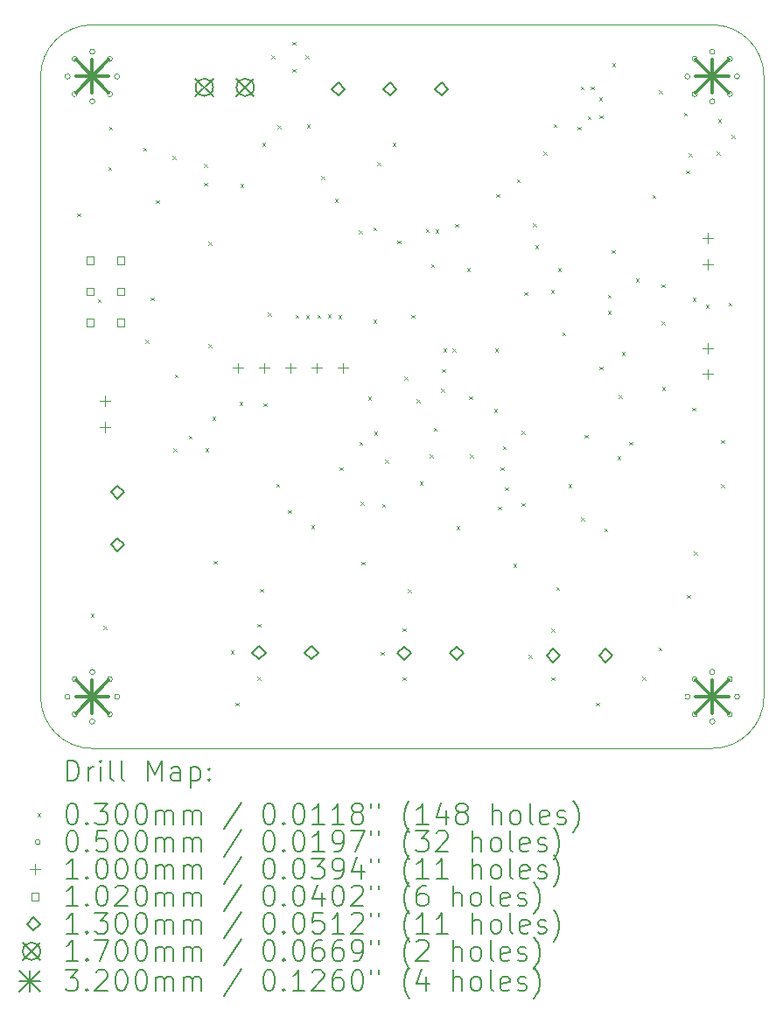
<source format=gbr>
%TF.GenerationSoftware,KiCad,Pcbnew,9.0.1*%
%TF.CreationDate,2025-05-09T16:55:24+02:00*%
%TF.ProjectId,SIGURD,53494755-5244-42e6-9b69-6361645f7063,rev?*%
%TF.SameCoordinates,Original*%
%TF.FileFunction,Drillmap*%
%TF.FilePolarity,Positive*%
%FSLAX45Y45*%
G04 Gerber Fmt 4.5, Leading zero omitted, Abs format (unit mm)*
G04 Created by KiCad (PCBNEW 9.0.1) date 2025-05-09 16:55:24*
%MOMM*%
%LPD*%
G01*
G04 APERTURE LIST*
%ADD10C,0.050000*%
%ADD11C,0.200000*%
%ADD12C,0.100000*%
%ADD13C,0.102000*%
%ADD14C,0.130000*%
%ADD15C,0.170000*%
%ADD16C,0.320000*%
G04 APERTURE END LIST*
D10*
X13500000Y-7000000D02*
G75*
G02*
X14000000Y-7500000I0J-500000D01*
G01*
X7000000Y-7500000D02*
G75*
G02*
X7500000Y-7000000I500000J0D01*
G01*
X14000000Y-8000000D02*
X14000000Y-7500000D01*
X14000000Y-13500000D02*
G75*
G02*
X13500000Y-14000000I-500000J0D01*
G01*
X13500000Y-7000000D02*
X7500000Y-7000000D01*
X7500000Y-14000000D02*
X13500000Y-14000000D01*
X7500000Y-14000000D02*
G75*
G02*
X7000000Y-13500000I0J500000D01*
G01*
X7000000Y-7500000D02*
X7000000Y-13500000D01*
X14000000Y-13500000D02*
X14000000Y-8000000D01*
D11*
D12*
X7355000Y-8825000D02*
X7385000Y-8855000D01*
X7385000Y-8825000D02*
X7355000Y-8855000D01*
X7485000Y-12695000D02*
X7515000Y-12725000D01*
X7515000Y-12695000D02*
X7485000Y-12725000D01*
X7551226Y-9652774D02*
X7581226Y-9682774D01*
X7581226Y-9652774D02*
X7551226Y-9682774D01*
X7610000Y-12815000D02*
X7640000Y-12845000D01*
X7640000Y-12815000D02*
X7610000Y-12845000D01*
X7655000Y-8375000D02*
X7685000Y-8405000D01*
X7685000Y-8375000D02*
X7655000Y-8405000D01*
X7665000Y-7985000D02*
X7695000Y-8015000D01*
X7695000Y-7985000D02*
X7665000Y-8015000D01*
X7995000Y-8190000D02*
X8025000Y-8220000D01*
X8025000Y-8190000D02*
X7995000Y-8220000D01*
X8014140Y-10047229D02*
X8044140Y-10077229D01*
X8044140Y-10047229D02*
X8014140Y-10077229D01*
X8065000Y-9635000D02*
X8095000Y-9665000D01*
X8095000Y-9635000D02*
X8065000Y-9665000D01*
X8115000Y-8695000D02*
X8145000Y-8725000D01*
X8145000Y-8695000D02*
X8115000Y-8725000D01*
X8279000Y-8270000D02*
X8309000Y-8300000D01*
X8309000Y-8270000D02*
X8279000Y-8300000D01*
X8285000Y-11095000D02*
X8315000Y-11125000D01*
X8315000Y-11095000D02*
X8285000Y-11125000D01*
X8300000Y-10380000D02*
X8330000Y-10410000D01*
X8330000Y-10380000D02*
X8300000Y-10410000D01*
X8435000Y-10975000D02*
X8465000Y-11005000D01*
X8465000Y-10975000D02*
X8435000Y-11005000D01*
X8579546Y-8525842D02*
X8609546Y-8555842D01*
X8609546Y-8525842D02*
X8579546Y-8555842D01*
X8582239Y-8343935D02*
X8612239Y-8373935D01*
X8612239Y-8343935D02*
X8582239Y-8373935D01*
X8595000Y-11095000D02*
X8625000Y-11125000D01*
X8625000Y-11095000D02*
X8595000Y-11125000D01*
X8622252Y-9099706D02*
X8652252Y-9129706D01*
X8652252Y-9099706D02*
X8622252Y-9129706D01*
X8622252Y-10089655D02*
X8652252Y-10119655D01*
X8652252Y-10089655D02*
X8622252Y-10119655D01*
X8662500Y-10792500D02*
X8692500Y-10822500D01*
X8692500Y-10792500D02*
X8662500Y-10822500D01*
X8675000Y-12185000D02*
X8705000Y-12215000D01*
X8705000Y-12185000D02*
X8675000Y-12215000D01*
X8840000Y-13055000D02*
X8870000Y-13085000D01*
X8870000Y-13055000D02*
X8840000Y-13085000D01*
X8885000Y-13555000D02*
X8915000Y-13585000D01*
X8915000Y-13555000D02*
X8885000Y-13585000D01*
X8923750Y-10648750D02*
X8953750Y-10678750D01*
X8953750Y-10648750D02*
X8923750Y-10678750D01*
X8933100Y-8539984D02*
X8963100Y-8569984D01*
X8963100Y-8539984D02*
X8933100Y-8569984D01*
X9100000Y-12795000D02*
X9130000Y-12825000D01*
X9130000Y-12795000D02*
X9100000Y-12825000D01*
X9100000Y-13305000D02*
X9130000Y-13335000D01*
X9130000Y-13305000D02*
X9100000Y-13335000D01*
X9125000Y-12455000D02*
X9155000Y-12485000D01*
X9155000Y-12455000D02*
X9125000Y-12485000D01*
X9145000Y-8140000D02*
X9175000Y-8170000D01*
X9175000Y-8140000D02*
X9145000Y-8170000D01*
X9157452Y-10662548D02*
X9187452Y-10692548D01*
X9187452Y-10662548D02*
X9157452Y-10692548D01*
X9200000Y-9782500D02*
X9230000Y-9812500D01*
X9230000Y-9782500D02*
X9200000Y-9812500D01*
X9235000Y-7295000D02*
X9265000Y-7325000D01*
X9265000Y-7295000D02*
X9235000Y-7325000D01*
X9280000Y-11440000D02*
X9310000Y-11470000D01*
X9310000Y-11440000D02*
X9280000Y-11470000D01*
X9295000Y-7975000D02*
X9325000Y-8005000D01*
X9325000Y-7975000D02*
X9295000Y-8005000D01*
X9395000Y-11695000D02*
X9425000Y-11725000D01*
X9425000Y-11695000D02*
X9395000Y-11725000D01*
X9435000Y-7165000D02*
X9465000Y-7195000D01*
X9465000Y-7165000D02*
X9435000Y-7195000D01*
X9435000Y-7425000D02*
X9465000Y-7455000D01*
X9465000Y-7425000D02*
X9435000Y-7455000D01*
X9465000Y-9805000D02*
X9495000Y-9835000D01*
X9495000Y-9805000D02*
X9465000Y-9835000D01*
X9565000Y-7295000D02*
X9595000Y-7325000D01*
X9595000Y-7295000D02*
X9565000Y-7325000D01*
X9570000Y-9810000D02*
X9600000Y-9840000D01*
X9600000Y-9810000D02*
X9570000Y-9840000D01*
X9575000Y-7965000D02*
X9605000Y-7995000D01*
X9605000Y-7965000D02*
X9575000Y-7995000D01*
X9620000Y-11840000D02*
X9650000Y-11870000D01*
X9650000Y-11840000D02*
X9620000Y-11870000D01*
X9680000Y-9805000D02*
X9710000Y-9835000D01*
X9710000Y-9805000D02*
X9680000Y-9835000D01*
X9716000Y-8465000D02*
X9746000Y-8495000D01*
X9746000Y-8465000D02*
X9716000Y-8495000D01*
X9780000Y-9800000D02*
X9810000Y-9830000D01*
X9810000Y-9800000D02*
X9780000Y-9830000D01*
X9847500Y-8685000D02*
X9877500Y-8715000D01*
X9877500Y-8685000D02*
X9847500Y-8715000D01*
X9880000Y-9810000D02*
X9910000Y-9840000D01*
X9910000Y-9810000D02*
X9880000Y-9840000D01*
X9895000Y-11280000D02*
X9925000Y-11310000D01*
X9925000Y-11280000D02*
X9895000Y-11310000D01*
X10082500Y-8989000D02*
X10112500Y-9019000D01*
X10112500Y-8989000D02*
X10082500Y-9019000D01*
X10085000Y-11035250D02*
X10115000Y-11065250D01*
X10115000Y-11035250D02*
X10085000Y-11065250D01*
X10095000Y-11615000D02*
X10125000Y-11645000D01*
X10125000Y-11615000D02*
X10095000Y-11645000D01*
X10105000Y-12195000D02*
X10135000Y-12225000D01*
X10135000Y-12195000D02*
X10105000Y-12225000D01*
X10170000Y-10597500D02*
X10200000Y-10627500D01*
X10200000Y-10597500D02*
X10170000Y-10627500D01*
X10218750Y-9853750D02*
X10248750Y-9883750D01*
X10248750Y-9853750D02*
X10218750Y-9883750D01*
X10219000Y-8960000D02*
X10249000Y-8990000D01*
X10249000Y-8960000D02*
X10219000Y-8990000D01*
X10228452Y-10935000D02*
X10258452Y-10965000D01*
X10258452Y-10935000D02*
X10228452Y-10965000D01*
X10260000Y-8330000D02*
X10290000Y-8360000D01*
X10290000Y-8330000D02*
X10260000Y-8360000D01*
X10290000Y-13065000D02*
X10320000Y-13095000D01*
X10320000Y-13065000D02*
X10290000Y-13095000D01*
X10305000Y-11635000D02*
X10335000Y-11665000D01*
X10335000Y-11635000D02*
X10305000Y-11665000D01*
X10335000Y-11205000D02*
X10365000Y-11235000D01*
X10365000Y-11205000D02*
X10335000Y-11235000D01*
X10405000Y-8140000D02*
X10435000Y-8170000D01*
X10435000Y-8140000D02*
X10405000Y-8170000D01*
X10455000Y-9085000D02*
X10485000Y-9115000D01*
X10485000Y-9085000D02*
X10455000Y-9115000D01*
X10505000Y-12835000D02*
X10535000Y-12865000D01*
X10535000Y-12835000D02*
X10505000Y-12865000D01*
X10505000Y-13310000D02*
X10535000Y-13340000D01*
X10535000Y-13310000D02*
X10505000Y-13340000D01*
X10518452Y-10404000D02*
X10548452Y-10434000D01*
X10548452Y-10404000D02*
X10518452Y-10434000D01*
X10555000Y-12460000D02*
X10585000Y-12490000D01*
X10585000Y-12460000D02*
X10555000Y-12490000D01*
X10590000Y-9805000D02*
X10620000Y-9835000D01*
X10620000Y-9805000D02*
X10590000Y-9835000D01*
X10638452Y-10624000D02*
X10668452Y-10654000D01*
X10668452Y-10624000D02*
X10638452Y-10654000D01*
X10670000Y-11420000D02*
X10700000Y-11450000D01*
X10700000Y-11420000D02*
X10670000Y-11450000D01*
X10728452Y-8975000D02*
X10758452Y-9005000D01*
X10758452Y-8975000D02*
X10728452Y-9005000D01*
X10765000Y-11155000D02*
X10795000Y-11185000D01*
X10795000Y-11155000D02*
X10765000Y-11185000D01*
X10780000Y-9315000D02*
X10810000Y-9345000D01*
X10810000Y-9315000D02*
X10780000Y-9345000D01*
X10802730Y-10897270D02*
X10832730Y-10927270D01*
X10832730Y-10897270D02*
X10802730Y-10927270D01*
X10820952Y-8978452D02*
X10850952Y-9008452D01*
X10850952Y-8978452D02*
X10820952Y-9008452D01*
X10878452Y-10519000D02*
X10908452Y-10549000D01*
X10908452Y-10519000D02*
X10878452Y-10549000D01*
X10883452Y-10329000D02*
X10913452Y-10359000D01*
X10913452Y-10329000D02*
X10883452Y-10359000D01*
X10898452Y-10134000D02*
X10928452Y-10164000D01*
X10928452Y-10134000D02*
X10898452Y-10164000D01*
X10988452Y-10134000D02*
X11018452Y-10164000D01*
X11018452Y-10134000D02*
X10988452Y-10164000D01*
X11010000Y-8925000D02*
X11040000Y-8955000D01*
X11040000Y-8925000D02*
X11010000Y-8955000D01*
X11025000Y-11850000D02*
X11055000Y-11880000D01*
X11055000Y-11850000D02*
X11025000Y-11880000D01*
X11125000Y-9355000D02*
X11155000Y-9385000D01*
X11155000Y-9355000D02*
X11125000Y-9385000D01*
X11148452Y-10594000D02*
X11178452Y-10624000D01*
X11178452Y-10594000D02*
X11148452Y-10624000D01*
X11155000Y-11155000D02*
X11185000Y-11185000D01*
X11185000Y-11155000D02*
X11155000Y-11185000D01*
X11388452Y-10714000D02*
X11418452Y-10744000D01*
X11418452Y-10714000D02*
X11388452Y-10744000D01*
X11398452Y-10134000D02*
X11428452Y-10164000D01*
X11428452Y-10134000D02*
X11398452Y-10164000D01*
X11409000Y-8636000D02*
X11439000Y-8666000D01*
X11439000Y-8636000D02*
X11409000Y-8666000D01*
X11425000Y-11660548D02*
X11455000Y-11690548D01*
X11455000Y-11660548D02*
X11425000Y-11690548D01*
X11450000Y-11280000D02*
X11480000Y-11310000D01*
X11480000Y-11280000D02*
X11450000Y-11310000D01*
X11475000Y-11075000D02*
X11505000Y-11105000D01*
X11505000Y-11075000D02*
X11475000Y-11105000D01*
X11495000Y-11475000D02*
X11525000Y-11505000D01*
X11525000Y-11475000D02*
X11495000Y-11505000D01*
X11575000Y-12215000D02*
X11605000Y-12245000D01*
X11605000Y-12215000D02*
X11575000Y-12245000D01*
X11610000Y-8495000D02*
X11640000Y-8525000D01*
X11640000Y-8495000D02*
X11610000Y-8525000D01*
X11654000Y-10927000D02*
X11684000Y-10957000D01*
X11684000Y-10927000D02*
X11654000Y-10957000D01*
X11655000Y-11625000D02*
X11685000Y-11655000D01*
X11685000Y-11625000D02*
X11655000Y-11655000D01*
X11678452Y-9584000D02*
X11708452Y-9614000D01*
X11708452Y-9584000D02*
X11678452Y-9614000D01*
X11725000Y-13095000D02*
X11755000Y-13125000D01*
X11755000Y-13095000D02*
X11725000Y-13125000D01*
X11765000Y-8922000D02*
X11795000Y-8952000D01*
X11795000Y-8922000D02*
X11765000Y-8952000D01*
X11785000Y-9133036D02*
X11815000Y-9163036D01*
X11815000Y-9133036D02*
X11785000Y-9163036D01*
X11865000Y-8226000D02*
X11895000Y-8256000D01*
X11895000Y-8226000D02*
X11865000Y-8256000D01*
X11940000Y-9565000D02*
X11970000Y-9595000D01*
X11970000Y-9565000D02*
X11940000Y-9595000D01*
X11945000Y-12840000D02*
X11975000Y-12870000D01*
X11975000Y-12840000D02*
X11945000Y-12870000D01*
X11945000Y-13310000D02*
X11975000Y-13340000D01*
X11975000Y-13310000D02*
X11945000Y-13340000D01*
X11965000Y-7960000D02*
X11995000Y-7990000D01*
X11995000Y-7960000D02*
X11965000Y-7990000D01*
X11988000Y-12438000D02*
X12018000Y-12468000D01*
X12018000Y-12438000D02*
X11988000Y-12468000D01*
X12005000Y-9355000D02*
X12035000Y-9385000D01*
X12035000Y-9355000D02*
X12005000Y-9385000D01*
X12050000Y-9975000D02*
X12080000Y-10005000D01*
X12080000Y-9975000D02*
X12050000Y-10005000D01*
X12110000Y-11445000D02*
X12140000Y-11475000D01*
X12140000Y-11445000D02*
X12110000Y-11475000D01*
X12195000Y-7985000D02*
X12225000Y-8015000D01*
X12225000Y-7985000D02*
X12195000Y-8015000D01*
X12225000Y-7595000D02*
X12255000Y-7625000D01*
X12255000Y-7595000D02*
X12225000Y-7625000D01*
X12232500Y-11767500D02*
X12262500Y-11797500D01*
X12262500Y-11767500D02*
X12232500Y-11797500D01*
X12265000Y-10965000D02*
X12295000Y-10995000D01*
X12295000Y-10965000D02*
X12265000Y-10995000D01*
X12295000Y-7885000D02*
X12325000Y-7915000D01*
X12325000Y-7885000D02*
X12295000Y-7915000D01*
X12325000Y-7595000D02*
X12355000Y-7625000D01*
X12355000Y-7595000D02*
X12325000Y-7625000D01*
X12375000Y-13555000D02*
X12405000Y-13585000D01*
X12405000Y-13555000D02*
X12375000Y-13585000D01*
X12405000Y-7700000D02*
X12435000Y-7730000D01*
X12435000Y-7700000D02*
X12405000Y-7730000D01*
X12407500Y-10305000D02*
X12437500Y-10335000D01*
X12437500Y-10305000D02*
X12407500Y-10335000D01*
X12410000Y-7875000D02*
X12440000Y-7905000D01*
X12440000Y-7875000D02*
X12410000Y-7905000D01*
X12455000Y-11870000D02*
X12485000Y-11900000D01*
X12485000Y-11870000D02*
X12455000Y-11900000D01*
X12488577Y-9609125D02*
X12518577Y-9639125D01*
X12518577Y-9609125D02*
X12488577Y-9639125D01*
X12488577Y-9769125D02*
X12518577Y-9799125D01*
X12518577Y-9769125D02*
X12488577Y-9799125D01*
X12528577Y-9179125D02*
X12558577Y-9209125D01*
X12558577Y-9179125D02*
X12528577Y-9209125D01*
X12530000Y-7370000D02*
X12560000Y-7400000D01*
X12560000Y-7370000D02*
X12530000Y-7400000D01*
X12582500Y-11175000D02*
X12612500Y-11205000D01*
X12612500Y-11175000D02*
X12582500Y-11205000D01*
X12595000Y-10580000D02*
X12625000Y-10610000D01*
X12625000Y-10580000D02*
X12595000Y-10610000D01*
X12623000Y-10164000D02*
X12653000Y-10194000D01*
X12653000Y-10164000D02*
X12623000Y-10194000D01*
X12695250Y-11035250D02*
X12725250Y-11065250D01*
X12725250Y-11035250D02*
X12695250Y-11065250D01*
X12758452Y-9454000D02*
X12788452Y-9484000D01*
X12788452Y-9454000D02*
X12758452Y-9484000D01*
X12821250Y-13308750D02*
X12851250Y-13338750D01*
X12851250Y-13308750D02*
X12821250Y-13338750D01*
X12920000Y-8645000D02*
X12950000Y-8675000D01*
X12950000Y-8645000D02*
X12920000Y-8675000D01*
X12980000Y-13025000D02*
X13010000Y-13055000D01*
X13010000Y-13025000D02*
X12980000Y-13055000D01*
X12985000Y-7635000D02*
X13015000Y-7665000D01*
X13015000Y-7635000D02*
X12985000Y-7665000D01*
X13008577Y-9509125D02*
X13038577Y-9539125D01*
X13038577Y-9509125D02*
X13008577Y-9539125D01*
X13008577Y-9869125D02*
X13038577Y-9899125D01*
X13038577Y-9869125D02*
X13008577Y-9899125D01*
X13015000Y-10505000D02*
X13045000Y-10535000D01*
X13045000Y-10505000D02*
X13015000Y-10535000D01*
X13225000Y-7850000D02*
X13255000Y-7880000D01*
X13255000Y-7850000D02*
X13225000Y-7880000D01*
X13245000Y-8410000D02*
X13275000Y-8440000D01*
X13275000Y-8410000D02*
X13245000Y-8440000D01*
X13255000Y-12515000D02*
X13285000Y-12545000D01*
X13285000Y-12515000D02*
X13255000Y-12545000D01*
X13270000Y-8243260D02*
X13300000Y-8273260D01*
X13300000Y-8243260D02*
X13270000Y-8273260D01*
X13305000Y-10705000D02*
X13335000Y-10735000D01*
X13335000Y-10705000D02*
X13305000Y-10735000D01*
X13308577Y-9639125D02*
X13338577Y-9669125D01*
X13338577Y-9639125D02*
X13308577Y-9669125D01*
X13325000Y-12095000D02*
X13355000Y-12125000D01*
X13355000Y-12095000D02*
X13325000Y-12125000D01*
X13438577Y-9709125D02*
X13468577Y-9739125D01*
X13468577Y-9709125D02*
X13438577Y-9739125D01*
X13545000Y-8225000D02*
X13575000Y-8255000D01*
X13575000Y-8225000D02*
X13545000Y-8255000D01*
X13555000Y-7915000D02*
X13585000Y-7945000D01*
X13585000Y-7915000D02*
X13555000Y-7945000D01*
X13585000Y-11015000D02*
X13615000Y-11045000D01*
X13615000Y-11015000D02*
X13585000Y-11045000D01*
X13585000Y-11445000D02*
X13615000Y-11475000D01*
X13615000Y-11445000D02*
X13585000Y-11475000D01*
X13658577Y-9689125D02*
X13688577Y-9719125D01*
X13688577Y-9689125D02*
X13658577Y-9719125D01*
X13685000Y-8065000D02*
X13715000Y-8095000D01*
X13715000Y-8065000D02*
X13685000Y-8095000D01*
X7285000Y-7500000D02*
G75*
G02*
X7235000Y-7500000I-25000J0D01*
G01*
X7235000Y-7500000D02*
G75*
G02*
X7285000Y-7500000I25000J0D01*
G01*
X7285000Y-13500000D02*
G75*
G02*
X7235000Y-13500000I-25000J0D01*
G01*
X7235000Y-13500000D02*
G75*
G02*
X7285000Y-13500000I25000J0D01*
G01*
X7355294Y-7330294D02*
G75*
G02*
X7305294Y-7330294I-25000J0D01*
G01*
X7305294Y-7330294D02*
G75*
G02*
X7355294Y-7330294I25000J0D01*
G01*
X7355294Y-7669706D02*
G75*
G02*
X7305294Y-7669706I-25000J0D01*
G01*
X7305294Y-7669706D02*
G75*
G02*
X7355294Y-7669706I25000J0D01*
G01*
X7355294Y-13330294D02*
G75*
G02*
X7305294Y-13330294I-25000J0D01*
G01*
X7305294Y-13330294D02*
G75*
G02*
X7355294Y-13330294I25000J0D01*
G01*
X7355294Y-13669706D02*
G75*
G02*
X7305294Y-13669706I-25000J0D01*
G01*
X7305294Y-13669706D02*
G75*
G02*
X7355294Y-13669706I25000J0D01*
G01*
X7525000Y-7260000D02*
G75*
G02*
X7475000Y-7260000I-25000J0D01*
G01*
X7475000Y-7260000D02*
G75*
G02*
X7525000Y-7260000I25000J0D01*
G01*
X7525000Y-7740000D02*
G75*
G02*
X7475000Y-7740000I-25000J0D01*
G01*
X7475000Y-7740000D02*
G75*
G02*
X7525000Y-7740000I25000J0D01*
G01*
X7525000Y-13260000D02*
G75*
G02*
X7475000Y-13260000I-25000J0D01*
G01*
X7475000Y-13260000D02*
G75*
G02*
X7525000Y-13260000I25000J0D01*
G01*
X7525000Y-13740000D02*
G75*
G02*
X7475000Y-13740000I-25000J0D01*
G01*
X7475000Y-13740000D02*
G75*
G02*
X7525000Y-13740000I25000J0D01*
G01*
X7694706Y-7330294D02*
G75*
G02*
X7644706Y-7330294I-25000J0D01*
G01*
X7644706Y-7330294D02*
G75*
G02*
X7694706Y-7330294I25000J0D01*
G01*
X7694706Y-7669706D02*
G75*
G02*
X7644706Y-7669706I-25000J0D01*
G01*
X7644706Y-7669706D02*
G75*
G02*
X7694706Y-7669706I25000J0D01*
G01*
X7694706Y-13330294D02*
G75*
G02*
X7644706Y-13330294I-25000J0D01*
G01*
X7644706Y-13330294D02*
G75*
G02*
X7694706Y-13330294I25000J0D01*
G01*
X7694706Y-13669706D02*
G75*
G02*
X7644706Y-13669706I-25000J0D01*
G01*
X7644706Y-13669706D02*
G75*
G02*
X7694706Y-13669706I25000J0D01*
G01*
X7765000Y-7500000D02*
G75*
G02*
X7715000Y-7500000I-25000J0D01*
G01*
X7715000Y-7500000D02*
G75*
G02*
X7765000Y-7500000I25000J0D01*
G01*
X7765000Y-13500000D02*
G75*
G02*
X7715000Y-13500000I-25000J0D01*
G01*
X7715000Y-13500000D02*
G75*
G02*
X7765000Y-13500000I25000J0D01*
G01*
X13285000Y-7500000D02*
G75*
G02*
X13235000Y-7500000I-25000J0D01*
G01*
X13235000Y-7500000D02*
G75*
G02*
X13285000Y-7500000I25000J0D01*
G01*
X13285000Y-13500000D02*
G75*
G02*
X13235000Y-13500000I-25000J0D01*
G01*
X13235000Y-13500000D02*
G75*
G02*
X13285000Y-13500000I25000J0D01*
G01*
X13355294Y-7330294D02*
G75*
G02*
X13305294Y-7330294I-25000J0D01*
G01*
X13305294Y-7330294D02*
G75*
G02*
X13355294Y-7330294I25000J0D01*
G01*
X13355294Y-7669706D02*
G75*
G02*
X13305294Y-7669706I-25000J0D01*
G01*
X13305294Y-7669706D02*
G75*
G02*
X13355294Y-7669706I25000J0D01*
G01*
X13355294Y-13330294D02*
G75*
G02*
X13305294Y-13330294I-25000J0D01*
G01*
X13305294Y-13330294D02*
G75*
G02*
X13355294Y-13330294I25000J0D01*
G01*
X13355294Y-13669706D02*
G75*
G02*
X13305294Y-13669706I-25000J0D01*
G01*
X13305294Y-13669706D02*
G75*
G02*
X13355294Y-13669706I25000J0D01*
G01*
X13525000Y-7260000D02*
G75*
G02*
X13475000Y-7260000I-25000J0D01*
G01*
X13475000Y-7260000D02*
G75*
G02*
X13525000Y-7260000I25000J0D01*
G01*
X13525000Y-7740000D02*
G75*
G02*
X13475000Y-7740000I-25000J0D01*
G01*
X13475000Y-7740000D02*
G75*
G02*
X13525000Y-7740000I25000J0D01*
G01*
X13525000Y-13260000D02*
G75*
G02*
X13475000Y-13260000I-25000J0D01*
G01*
X13475000Y-13260000D02*
G75*
G02*
X13525000Y-13260000I25000J0D01*
G01*
X13525000Y-13740000D02*
G75*
G02*
X13475000Y-13740000I-25000J0D01*
G01*
X13475000Y-13740000D02*
G75*
G02*
X13525000Y-13740000I25000J0D01*
G01*
X13694706Y-7330294D02*
G75*
G02*
X13644706Y-7330294I-25000J0D01*
G01*
X13644706Y-7330294D02*
G75*
G02*
X13694706Y-7330294I25000J0D01*
G01*
X13694706Y-7669706D02*
G75*
G02*
X13644706Y-7669706I-25000J0D01*
G01*
X13644706Y-7669706D02*
G75*
G02*
X13694706Y-7669706I25000J0D01*
G01*
X13694706Y-13330294D02*
G75*
G02*
X13644706Y-13330294I-25000J0D01*
G01*
X13644706Y-13330294D02*
G75*
G02*
X13694706Y-13330294I25000J0D01*
G01*
X13694706Y-13669706D02*
G75*
G02*
X13644706Y-13669706I-25000J0D01*
G01*
X13644706Y-13669706D02*
G75*
G02*
X13694706Y-13669706I25000J0D01*
G01*
X13765000Y-7500000D02*
G75*
G02*
X13715000Y-7500000I-25000J0D01*
G01*
X13715000Y-7500000D02*
G75*
G02*
X13765000Y-7500000I25000J0D01*
G01*
X13765000Y-13500000D02*
G75*
G02*
X13715000Y-13500000I-25000J0D01*
G01*
X13715000Y-13500000D02*
G75*
G02*
X13765000Y-13500000I25000J0D01*
G01*
X7623452Y-10589000D02*
X7623452Y-10689000D01*
X7573452Y-10639000D02*
X7673452Y-10639000D01*
X7623452Y-10839000D02*
X7623452Y-10939000D01*
X7573452Y-10889000D02*
X7673452Y-10889000D01*
X8908500Y-10270000D02*
X8908500Y-10370000D01*
X8858500Y-10320000D02*
X8958500Y-10320000D01*
X9162500Y-10270000D02*
X9162500Y-10370000D01*
X9112500Y-10320000D02*
X9212500Y-10320000D01*
X9416500Y-10270000D02*
X9416500Y-10370000D01*
X9366500Y-10320000D02*
X9466500Y-10320000D01*
X9670500Y-10270000D02*
X9670500Y-10370000D01*
X9620500Y-10320000D02*
X9720500Y-10320000D01*
X9924500Y-10270000D02*
X9924500Y-10370000D01*
X9874500Y-10320000D02*
X9974500Y-10320000D01*
X13458077Y-9013875D02*
X13458077Y-9113875D01*
X13408077Y-9063875D02*
X13508077Y-9063875D01*
X13458077Y-9263875D02*
X13458077Y-9363875D01*
X13408077Y-9313875D02*
X13508077Y-9313875D01*
X13458077Y-10079125D02*
X13458077Y-10179125D01*
X13408077Y-10129125D02*
X13508077Y-10129125D01*
X13458077Y-10329125D02*
X13458077Y-10429125D01*
X13408077Y-10379125D02*
X13508077Y-10379125D01*
D13*
X7513514Y-9315063D02*
X7513514Y-9242937D01*
X7441389Y-9242937D01*
X7441389Y-9315063D01*
X7513514Y-9315063D01*
X7513514Y-9615063D02*
X7513514Y-9542937D01*
X7441389Y-9542937D01*
X7441389Y-9615063D01*
X7513514Y-9615063D01*
X7513514Y-9915063D02*
X7513514Y-9842937D01*
X7441389Y-9842937D01*
X7441389Y-9915063D01*
X7513514Y-9915063D01*
X7813514Y-9315063D02*
X7813514Y-9242937D01*
X7741389Y-9242937D01*
X7741389Y-9315063D01*
X7813514Y-9315063D01*
X7813514Y-9615063D02*
X7813514Y-9542937D01*
X7741389Y-9542937D01*
X7741389Y-9615063D01*
X7813514Y-9615063D01*
X7813514Y-9915063D02*
X7813514Y-9842937D01*
X7741389Y-9842937D01*
X7741389Y-9915063D01*
X7813514Y-9915063D01*
D14*
X7743452Y-11586000D02*
X7808452Y-11521000D01*
X7743452Y-11456000D01*
X7678452Y-11521000D01*
X7743452Y-11586000D01*
X7743452Y-12094000D02*
X7808452Y-12029000D01*
X7743452Y-11964000D01*
X7678452Y-12029000D01*
X7743452Y-12094000D01*
X9114452Y-13139000D02*
X9179452Y-13074000D01*
X9114452Y-13009000D01*
X9049452Y-13074000D01*
X9114452Y-13139000D01*
X9622452Y-13139000D02*
X9687452Y-13074000D01*
X9622452Y-13009000D01*
X9557452Y-13074000D01*
X9622452Y-13139000D01*
X9880000Y-7685000D02*
X9945000Y-7620000D01*
X9880000Y-7555000D01*
X9815000Y-7620000D01*
X9880000Y-7685000D01*
X10380000Y-7685000D02*
X10445000Y-7620000D01*
X10380000Y-7555000D01*
X10315000Y-7620000D01*
X10380000Y-7685000D01*
X10518952Y-13144000D02*
X10583952Y-13079000D01*
X10518952Y-13014000D01*
X10453952Y-13079000D01*
X10518952Y-13144000D01*
X10880000Y-7685000D02*
X10945000Y-7620000D01*
X10880000Y-7555000D01*
X10815000Y-7620000D01*
X10880000Y-7685000D01*
X11026952Y-13144000D02*
X11091952Y-13079000D01*
X11026952Y-13014000D01*
X10961952Y-13079000D01*
X11026952Y-13144000D01*
X11960952Y-13168000D02*
X12025952Y-13103000D01*
X11960952Y-13038000D01*
X11895952Y-13103000D01*
X11960952Y-13168000D01*
X12468952Y-13168000D02*
X12533952Y-13103000D01*
X12468952Y-13038000D01*
X12403952Y-13103000D01*
X12468952Y-13168000D01*
D15*
X8499250Y-7520000D02*
X8669250Y-7690000D01*
X8669250Y-7520000D02*
X8499250Y-7690000D01*
X8669250Y-7605000D02*
G75*
G02*
X8499250Y-7605000I-85000J0D01*
G01*
X8499250Y-7605000D02*
G75*
G02*
X8669250Y-7605000I85000J0D01*
G01*
X8895250Y-7520000D02*
X9065250Y-7690000D01*
X9065250Y-7520000D02*
X8895250Y-7690000D01*
X9065250Y-7605000D02*
G75*
G02*
X8895250Y-7605000I-85000J0D01*
G01*
X8895250Y-7605000D02*
G75*
G02*
X9065250Y-7605000I85000J0D01*
G01*
D16*
X7340000Y-7340000D02*
X7660000Y-7660000D01*
X7660000Y-7340000D02*
X7340000Y-7660000D01*
X7500000Y-7340000D02*
X7500000Y-7660000D01*
X7340000Y-7500000D02*
X7660000Y-7500000D01*
X7340000Y-13340000D02*
X7660000Y-13660000D01*
X7660000Y-13340000D02*
X7340000Y-13660000D01*
X7500000Y-13340000D02*
X7500000Y-13660000D01*
X7340000Y-13500000D02*
X7660000Y-13500000D01*
X13340000Y-7340000D02*
X13660000Y-7660000D01*
X13660000Y-7340000D02*
X13340000Y-7660000D01*
X13500000Y-7340000D02*
X13500000Y-7660000D01*
X13340000Y-7500000D02*
X13660000Y-7500000D01*
X13340000Y-13340000D02*
X13660000Y-13660000D01*
X13660000Y-13340000D02*
X13340000Y-13660000D01*
X13500000Y-13340000D02*
X13500000Y-13660000D01*
X13340000Y-13500000D02*
X13660000Y-13500000D01*
D11*
X7258277Y-14313984D02*
X7258277Y-14113984D01*
X7258277Y-14113984D02*
X7305896Y-14113984D01*
X7305896Y-14113984D02*
X7334467Y-14123508D01*
X7334467Y-14123508D02*
X7353515Y-14142555D01*
X7353515Y-14142555D02*
X7363039Y-14161603D01*
X7363039Y-14161603D02*
X7372562Y-14199698D01*
X7372562Y-14199698D02*
X7372562Y-14228269D01*
X7372562Y-14228269D02*
X7363039Y-14266365D01*
X7363039Y-14266365D02*
X7353515Y-14285412D01*
X7353515Y-14285412D02*
X7334467Y-14304460D01*
X7334467Y-14304460D02*
X7305896Y-14313984D01*
X7305896Y-14313984D02*
X7258277Y-14313984D01*
X7458277Y-14313984D02*
X7458277Y-14180650D01*
X7458277Y-14218746D02*
X7467801Y-14199698D01*
X7467801Y-14199698D02*
X7477324Y-14190174D01*
X7477324Y-14190174D02*
X7496372Y-14180650D01*
X7496372Y-14180650D02*
X7515420Y-14180650D01*
X7582086Y-14313984D02*
X7582086Y-14180650D01*
X7582086Y-14113984D02*
X7572562Y-14123508D01*
X7572562Y-14123508D02*
X7582086Y-14133031D01*
X7582086Y-14133031D02*
X7591610Y-14123508D01*
X7591610Y-14123508D02*
X7582086Y-14113984D01*
X7582086Y-14113984D02*
X7582086Y-14133031D01*
X7705896Y-14313984D02*
X7686848Y-14304460D01*
X7686848Y-14304460D02*
X7677324Y-14285412D01*
X7677324Y-14285412D02*
X7677324Y-14113984D01*
X7810658Y-14313984D02*
X7791610Y-14304460D01*
X7791610Y-14304460D02*
X7782086Y-14285412D01*
X7782086Y-14285412D02*
X7782086Y-14113984D01*
X8039229Y-14313984D02*
X8039229Y-14113984D01*
X8039229Y-14113984D02*
X8105896Y-14256841D01*
X8105896Y-14256841D02*
X8172562Y-14113984D01*
X8172562Y-14113984D02*
X8172562Y-14313984D01*
X8353515Y-14313984D02*
X8353515Y-14209222D01*
X8353515Y-14209222D02*
X8343991Y-14190174D01*
X8343991Y-14190174D02*
X8324943Y-14180650D01*
X8324943Y-14180650D02*
X8286848Y-14180650D01*
X8286848Y-14180650D02*
X8267801Y-14190174D01*
X8353515Y-14304460D02*
X8334467Y-14313984D01*
X8334467Y-14313984D02*
X8286848Y-14313984D01*
X8286848Y-14313984D02*
X8267801Y-14304460D01*
X8267801Y-14304460D02*
X8258277Y-14285412D01*
X8258277Y-14285412D02*
X8258277Y-14266365D01*
X8258277Y-14266365D02*
X8267801Y-14247317D01*
X8267801Y-14247317D02*
X8286848Y-14237793D01*
X8286848Y-14237793D02*
X8334467Y-14237793D01*
X8334467Y-14237793D02*
X8353515Y-14228269D01*
X8448753Y-14180650D02*
X8448753Y-14380650D01*
X8448753Y-14190174D02*
X8467801Y-14180650D01*
X8467801Y-14180650D02*
X8505896Y-14180650D01*
X8505896Y-14180650D02*
X8524944Y-14190174D01*
X8524944Y-14190174D02*
X8534467Y-14199698D01*
X8534467Y-14199698D02*
X8543991Y-14218746D01*
X8543991Y-14218746D02*
X8543991Y-14275888D01*
X8543991Y-14275888D02*
X8534467Y-14294936D01*
X8534467Y-14294936D02*
X8524944Y-14304460D01*
X8524944Y-14304460D02*
X8505896Y-14313984D01*
X8505896Y-14313984D02*
X8467801Y-14313984D01*
X8467801Y-14313984D02*
X8448753Y-14304460D01*
X8629705Y-14294936D02*
X8639229Y-14304460D01*
X8639229Y-14304460D02*
X8629705Y-14313984D01*
X8629705Y-14313984D02*
X8620182Y-14304460D01*
X8620182Y-14304460D02*
X8629705Y-14294936D01*
X8629705Y-14294936D02*
X8629705Y-14313984D01*
X8629705Y-14190174D02*
X8639229Y-14199698D01*
X8639229Y-14199698D02*
X8629705Y-14209222D01*
X8629705Y-14209222D02*
X8620182Y-14199698D01*
X8620182Y-14199698D02*
X8629705Y-14190174D01*
X8629705Y-14190174D02*
X8629705Y-14209222D01*
D12*
X6967500Y-14627500D02*
X6997500Y-14657500D01*
X6997500Y-14627500D02*
X6967500Y-14657500D01*
D11*
X7296372Y-14533984D02*
X7315420Y-14533984D01*
X7315420Y-14533984D02*
X7334467Y-14543508D01*
X7334467Y-14543508D02*
X7343991Y-14553031D01*
X7343991Y-14553031D02*
X7353515Y-14572079D01*
X7353515Y-14572079D02*
X7363039Y-14610174D01*
X7363039Y-14610174D02*
X7363039Y-14657793D01*
X7363039Y-14657793D02*
X7353515Y-14695888D01*
X7353515Y-14695888D02*
X7343991Y-14714936D01*
X7343991Y-14714936D02*
X7334467Y-14724460D01*
X7334467Y-14724460D02*
X7315420Y-14733984D01*
X7315420Y-14733984D02*
X7296372Y-14733984D01*
X7296372Y-14733984D02*
X7277324Y-14724460D01*
X7277324Y-14724460D02*
X7267801Y-14714936D01*
X7267801Y-14714936D02*
X7258277Y-14695888D01*
X7258277Y-14695888D02*
X7248753Y-14657793D01*
X7248753Y-14657793D02*
X7248753Y-14610174D01*
X7248753Y-14610174D02*
X7258277Y-14572079D01*
X7258277Y-14572079D02*
X7267801Y-14553031D01*
X7267801Y-14553031D02*
X7277324Y-14543508D01*
X7277324Y-14543508D02*
X7296372Y-14533984D01*
X7448753Y-14714936D02*
X7458277Y-14724460D01*
X7458277Y-14724460D02*
X7448753Y-14733984D01*
X7448753Y-14733984D02*
X7439229Y-14724460D01*
X7439229Y-14724460D02*
X7448753Y-14714936D01*
X7448753Y-14714936D02*
X7448753Y-14733984D01*
X7524943Y-14533984D02*
X7648753Y-14533984D01*
X7648753Y-14533984D02*
X7582086Y-14610174D01*
X7582086Y-14610174D02*
X7610658Y-14610174D01*
X7610658Y-14610174D02*
X7629705Y-14619698D01*
X7629705Y-14619698D02*
X7639229Y-14629222D01*
X7639229Y-14629222D02*
X7648753Y-14648269D01*
X7648753Y-14648269D02*
X7648753Y-14695888D01*
X7648753Y-14695888D02*
X7639229Y-14714936D01*
X7639229Y-14714936D02*
X7629705Y-14724460D01*
X7629705Y-14724460D02*
X7610658Y-14733984D01*
X7610658Y-14733984D02*
X7553515Y-14733984D01*
X7553515Y-14733984D02*
X7534467Y-14724460D01*
X7534467Y-14724460D02*
X7524943Y-14714936D01*
X7772562Y-14533984D02*
X7791610Y-14533984D01*
X7791610Y-14533984D02*
X7810658Y-14543508D01*
X7810658Y-14543508D02*
X7820182Y-14553031D01*
X7820182Y-14553031D02*
X7829705Y-14572079D01*
X7829705Y-14572079D02*
X7839229Y-14610174D01*
X7839229Y-14610174D02*
X7839229Y-14657793D01*
X7839229Y-14657793D02*
X7829705Y-14695888D01*
X7829705Y-14695888D02*
X7820182Y-14714936D01*
X7820182Y-14714936D02*
X7810658Y-14724460D01*
X7810658Y-14724460D02*
X7791610Y-14733984D01*
X7791610Y-14733984D02*
X7772562Y-14733984D01*
X7772562Y-14733984D02*
X7753515Y-14724460D01*
X7753515Y-14724460D02*
X7743991Y-14714936D01*
X7743991Y-14714936D02*
X7734467Y-14695888D01*
X7734467Y-14695888D02*
X7724943Y-14657793D01*
X7724943Y-14657793D02*
X7724943Y-14610174D01*
X7724943Y-14610174D02*
X7734467Y-14572079D01*
X7734467Y-14572079D02*
X7743991Y-14553031D01*
X7743991Y-14553031D02*
X7753515Y-14543508D01*
X7753515Y-14543508D02*
X7772562Y-14533984D01*
X7963039Y-14533984D02*
X7982086Y-14533984D01*
X7982086Y-14533984D02*
X8001134Y-14543508D01*
X8001134Y-14543508D02*
X8010658Y-14553031D01*
X8010658Y-14553031D02*
X8020182Y-14572079D01*
X8020182Y-14572079D02*
X8029705Y-14610174D01*
X8029705Y-14610174D02*
X8029705Y-14657793D01*
X8029705Y-14657793D02*
X8020182Y-14695888D01*
X8020182Y-14695888D02*
X8010658Y-14714936D01*
X8010658Y-14714936D02*
X8001134Y-14724460D01*
X8001134Y-14724460D02*
X7982086Y-14733984D01*
X7982086Y-14733984D02*
X7963039Y-14733984D01*
X7963039Y-14733984D02*
X7943991Y-14724460D01*
X7943991Y-14724460D02*
X7934467Y-14714936D01*
X7934467Y-14714936D02*
X7924943Y-14695888D01*
X7924943Y-14695888D02*
X7915420Y-14657793D01*
X7915420Y-14657793D02*
X7915420Y-14610174D01*
X7915420Y-14610174D02*
X7924943Y-14572079D01*
X7924943Y-14572079D02*
X7934467Y-14553031D01*
X7934467Y-14553031D02*
X7943991Y-14543508D01*
X7943991Y-14543508D02*
X7963039Y-14533984D01*
X8115420Y-14733984D02*
X8115420Y-14600650D01*
X8115420Y-14619698D02*
X8124943Y-14610174D01*
X8124943Y-14610174D02*
X8143991Y-14600650D01*
X8143991Y-14600650D02*
X8172563Y-14600650D01*
X8172563Y-14600650D02*
X8191610Y-14610174D01*
X8191610Y-14610174D02*
X8201134Y-14629222D01*
X8201134Y-14629222D02*
X8201134Y-14733984D01*
X8201134Y-14629222D02*
X8210658Y-14610174D01*
X8210658Y-14610174D02*
X8229705Y-14600650D01*
X8229705Y-14600650D02*
X8258277Y-14600650D01*
X8258277Y-14600650D02*
X8277324Y-14610174D01*
X8277324Y-14610174D02*
X8286848Y-14629222D01*
X8286848Y-14629222D02*
X8286848Y-14733984D01*
X8382086Y-14733984D02*
X8382086Y-14600650D01*
X8382086Y-14619698D02*
X8391610Y-14610174D01*
X8391610Y-14610174D02*
X8410658Y-14600650D01*
X8410658Y-14600650D02*
X8439229Y-14600650D01*
X8439229Y-14600650D02*
X8458277Y-14610174D01*
X8458277Y-14610174D02*
X8467801Y-14629222D01*
X8467801Y-14629222D02*
X8467801Y-14733984D01*
X8467801Y-14629222D02*
X8477325Y-14610174D01*
X8477325Y-14610174D02*
X8496372Y-14600650D01*
X8496372Y-14600650D02*
X8524944Y-14600650D01*
X8524944Y-14600650D02*
X8543991Y-14610174D01*
X8543991Y-14610174D02*
X8553515Y-14629222D01*
X8553515Y-14629222D02*
X8553515Y-14733984D01*
X8943991Y-14524460D02*
X8772563Y-14781603D01*
X9201134Y-14533984D02*
X9220182Y-14533984D01*
X9220182Y-14533984D02*
X9239229Y-14543508D01*
X9239229Y-14543508D02*
X9248753Y-14553031D01*
X9248753Y-14553031D02*
X9258277Y-14572079D01*
X9258277Y-14572079D02*
X9267801Y-14610174D01*
X9267801Y-14610174D02*
X9267801Y-14657793D01*
X9267801Y-14657793D02*
X9258277Y-14695888D01*
X9258277Y-14695888D02*
X9248753Y-14714936D01*
X9248753Y-14714936D02*
X9239229Y-14724460D01*
X9239229Y-14724460D02*
X9220182Y-14733984D01*
X9220182Y-14733984D02*
X9201134Y-14733984D01*
X9201134Y-14733984D02*
X9182087Y-14724460D01*
X9182087Y-14724460D02*
X9172563Y-14714936D01*
X9172563Y-14714936D02*
X9163039Y-14695888D01*
X9163039Y-14695888D02*
X9153515Y-14657793D01*
X9153515Y-14657793D02*
X9153515Y-14610174D01*
X9153515Y-14610174D02*
X9163039Y-14572079D01*
X9163039Y-14572079D02*
X9172563Y-14553031D01*
X9172563Y-14553031D02*
X9182087Y-14543508D01*
X9182087Y-14543508D02*
X9201134Y-14533984D01*
X9353515Y-14714936D02*
X9363039Y-14724460D01*
X9363039Y-14724460D02*
X9353515Y-14733984D01*
X9353515Y-14733984D02*
X9343991Y-14724460D01*
X9343991Y-14724460D02*
X9353515Y-14714936D01*
X9353515Y-14714936D02*
X9353515Y-14733984D01*
X9486848Y-14533984D02*
X9505896Y-14533984D01*
X9505896Y-14533984D02*
X9524944Y-14543508D01*
X9524944Y-14543508D02*
X9534468Y-14553031D01*
X9534468Y-14553031D02*
X9543991Y-14572079D01*
X9543991Y-14572079D02*
X9553515Y-14610174D01*
X9553515Y-14610174D02*
X9553515Y-14657793D01*
X9553515Y-14657793D02*
X9543991Y-14695888D01*
X9543991Y-14695888D02*
X9534468Y-14714936D01*
X9534468Y-14714936D02*
X9524944Y-14724460D01*
X9524944Y-14724460D02*
X9505896Y-14733984D01*
X9505896Y-14733984D02*
X9486848Y-14733984D01*
X9486848Y-14733984D02*
X9467801Y-14724460D01*
X9467801Y-14724460D02*
X9458277Y-14714936D01*
X9458277Y-14714936D02*
X9448753Y-14695888D01*
X9448753Y-14695888D02*
X9439229Y-14657793D01*
X9439229Y-14657793D02*
X9439229Y-14610174D01*
X9439229Y-14610174D02*
X9448753Y-14572079D01*
X9448753Y-14572079D02*
X9458277Y-14553031D01*
X9458277Y-14553031D02*
X9467801Y-14543508D01*
X9467801Y-14543508D02*
X9486848Y-14533984D01*
X9743991Y-14733984D02*
X9629706Y-14733984D01*
X9686848Y-14733984D02*
X9686848Y-14533984D01*
X9686848Y-14533984D02*
X9667801Y-14562555D01*
X9667801Y-14562555D02*
X9648753Y-14581603D01*
X9648753Y-14581603D02*
X9629706Y-14591127D01*
X9934468Y-14733984D02*
X9820182Y-14733984D01*
X9877325Y-14733984D02*
X9877325Y-14533984D01*
X9877325Y-14533984D02*
X9858277Y-14562555D01*
X9858277Y-14562555D02*
X9839229Y-14581603D01*
X9839229Y-14581603D02*
X9820182Y-14591127D01*
X10048753Y-14619698D02*
X10029706Y-14610174D01*
X10029706Y-14610174D02*
X10020182Y-14600650D01*
X10020182Y-14600650D02*
X10010658Y-14581603D01*
X10010658Y-14581603D02*
X10010658Y-14572079D01*
X10010658Y-14572079D02*
X10020182Y-14553031D01*
X10020182Y-14553031D02*
X10029706Y-14543508D01*
X10029706Y-14543508D02*
X10048753Y-14533984D01*
X10048753Y-14533984D02*
X10086849Y-14533984D01*
X10086849Y-14533984D02*
X10105896Y-14543508D01*
X10105896Y-14543508D02*
X10115420Y-14553031D01*
X10115420Y-14553031D02*
X10124944Y-14572079D01*
X10124944Y-14572079D02*
X10124944Y-14581603D01*
X10124944Y-14581603D02*
X10115420Y-14600650D01*
X10115420Y-14600650D02*
X10105896Y-14610174D01*
X10105896Y-14610174D02*
X10086849Y-14619698D01*
X10086849Y-14619698D02*
X10048753Y-14619698D01*
X10048753Y-14619698D02*
X10029706Y-14629222D01*
X10029706Y-14629222D02*
X10020182Y-14638746D01*
X10020182Y-14638746D02*
X10010658Y-14657793D01*
X10010658Y-14657793D02*
X10010658Y-14695888D01*
X10010658Y-14695888D02*
X10020182Y-14714936D01*
X10020182Y-14714936D02*
X10029706Y-14724460D01*
X10029706Y-14724460D02*
X10048753Y-14733984D01*
X10048753Y-14733984D02*
X10086849Y-14733984D01*
X10086849Y-14733984D02*
X10105896Y-14724460D01*
X10105896Y-14724460D02*
X10115420Y-14714936D01*
X10115420Y-14714936D02*
X10124944Y-14695888D01*
X10124944Y-14695888D02*
X10124944Y-14657793D01*
X10124944Y-14657793D02*
X10115420Y-14638746D01*
X10115420Y-14638746D02*
X10105896Y-14629222D01*
X10105896Y-14629222D02*
X10086849Y-14619698D01*
X10201134Y-14533984D02*
X10201134Y-14572079D01*
X10277325Y-14533984D02*
X10277325Y-14572079D01*
X10572563Y-14810174D02*
X10563039Y-14800650D01*
X10563039Y-14800650D02*
X10543991Y-14772079D01*
X10543991Y-14772079D02*
X10534468Y-14753031D01*
X10534468Y-14753031D02*
X10524944Y-14724460D01*
X10524944Y-14724460D02*
X10515420Y-14676841D01*
X10515420Y-14676841D02*
X10515420Y-14638746D01*
X10515420Y-14638746D02*
X10524944Y-14591127D01*
X10524944Y-14591127D02*
X10534468Y-14562555D01*
X10534468Y-14562555D02*
X10543991Y-14543508D01*
X10543991Y-14543508D02*
X10563039Y-14514936D01*
X10563039Y-14514936D02*
X10572563Y-14505412D01*
X10753515Y-14733984D02*
X10639230Y-14733984D01*
X10696372Y-14733984D02*
X10696372Y-14533984D01*
X10696372Y-14533984D02*
X10677325Y-14562555D01*
X10677325Y-14562555D02*
X10658277Y-14581603D01*
X10658277Y-14581603D02*
X10639230Y-14591127D01*
X10924944Y-14600650D02*
X10924944Y-14733984D01*
X10877325Y-14524460D02*
X10829706Y-14667317D01*
X10829706Y-14667317D02*
X10953515Y-14667317D01*
X11058277Y-14619698D02*
X11039230Y-14610174D01*
X11039230Y-14610174D02*
X11029706Y-14600650D01*
X11029706Y-14600650D02*
X11020182Y-14581603D01*
X11020182Y-14581603D02*
X11020182Y-14572079D01*
X11020182Y-14572079D02*
X11029706Y-14553031D01*
X11029706Y-14553031D02*
X11039230Y-14543508D01*
X11039230Y-14543508D02*
X11058277Y-14533984D01*
X11058277Y-14533984D02*
X11096372Y-14533984D01*
X11096372Y-14533984D02*
X11115420Y-14543508D01*
X11115420Y-14543508D02*
X11124944Y-14553031D01*
X11124944Y-14553031D02*
X11134468Y-14572079D01*
X11134468Y-14572079D02*
X11134468Y-14581603D01*
X11134468Y-14581603D02*
X11124944Y-14600650D01*
X11124944Y-14600650D02*
X11115420Y-14610174D01*
X11115420Y-14610174D02*
X11096372Y-14619698D01*
X11096372Y-14619698D02*
X11058277Y-14619698D01*
X11058277Y-14619698D02*
X11039230Y-14629222D01*
X11039230Y-14629222D02*
X11029706Y-14638746D01*
X11029706Y-14638746D02*
X11020182Y-14657793D01*
X11020182Y-14657793D02*
X11020182Y-14695888D01*
X11020182Y-14695888D02*
X11029706Y-14714936D01*
X11029706Y-14714936D02*
X11039230Y-14724460D01*
X11039230Y-14724460D02*
X11058277Y-14733984D01*
X11058277Y-14733984D02*
X11096372Y-14733984D01*
X11096372Y-14733984D02*
X11115420Y-14724460D01*
X11115420Y-14724460D02*
X11124944Y-14714936D01*
X11124944Y-14714936D02*
X11134468Y-14695888D01*
X11134468Y-14695888D02*
X11134468Y-14657793D01*
X11134468Y-14657793D02*
X11124944Y-14638746D01*
X11124944Y-14638746D02*
X11115420Y-14629222D01*
X11115420Y-14629222D02*
X11096372Y-14619698D01*
X11372563Y-14733984D02*
X11372563Y-14533984D01*
X11458277Y-14733984D02*
X11458277Y-14629222D01*
X11458277Y-14629222D02*
X11448753Y-14610174D01*
X11448753Y-14610174D02*
X11429706Y-14600650D01*
X11429706Y-14600650D02*
X11401134Y-14600650D01*
X11401134Y-14600650D02*
X11382087Y-14610174D01*
X11382087Y-14610174D02*
X11372563Y-14619698D01*
X11582087Y-14733984D02*
X11563039Y-14724460D01*
X11563039Y-14724460D02*
X11553515Y-14714936D01*
X11553515Y-14714936D02*
X11543991Y-14695888D01*
X11543991Y-14695888D02*
X11543991Y-14638746D01*
X11543991Y-14638746D02*
X11553515Y-14619698D01*
X11553515Y-14619698D02*
X11563039Y-14610174D01*
X11563039Y-14610174D02*
X11582087Y-14600650D01*
X11582087Y-14600650D02*
X11610658Y-14600650D01*
X11610658Y-14600650D02*
X11629706Y-14610174D01*
X11629706Y-14610174D02*
X11639230Y-14619698D01*
X11639230Y-14619698D02*
X11648753Y-14638746D01*
X11648753Y-14638746D02*
X11648753Y-14695888D01*
X11648753Y-14695888D02*
X11639230Y-14714936D01*
X11639230Y-14714936D02*
X11629706Y-14724460D01*
X11629706Y-14724460D02*
X11610658Y-14733984D01*
X11610658Y-14733984D02*
X11582087Y-14733984D01*
X11763039Y-14733984D02*
X11743991Y-14724460D01*
X11743991Y-14724460D02*
X11734468Y-14705412D01*
X11734468Y-14705412D02*
X11734468Y-14533984D01*
X11915420Y-14724460D02*
X11896372Y-14733984D01*
X11896372Y-14733984D02*
X11858277Y-14733984D01*
X11858277Y-14733984D02*
X11839230Y-14724460D01*
X11839230Y-14724460D02*
X11829706Y-14705412D01*
X11829706Y-14705412D02*
X11829706Y-14629222D01*
X11829706Y-14629222D02*
X11839230Y-14610174D01*
X11839230Y-14610174D02*
X11858277Y-14600650D01*
X11858277Y-14600650D02*
X11896372Y-14600650D01*
X11896372Y-14600650D02*
X11915420Y-14610174D01*
X11915420Y-14610174D02*
X11924944Y-14629222D01*
X11924944Y-14629222D02*
X11924944Y-14648269D01*
X11924944Y-14648269D02*
X11829706Y-14667317D01*
X12001134Y-14724460D02*
X12020182Y-14733984D01*
X12020182Y-14733984D02*
X12058277Y-14733984D01*
X12058277Y-14733984D02*
X12077325Y-14724460D01*
X12077325Y-14724460D02*
X12086849Y-14705412D01*
X12086849Y-14705412D02*
X12086849Y-14695888D01*
X12086849Y-14695888D02*
X12077325Y-14676841D01*
X12077325Y-14676841D02*
X12058277Y-14667317D01*
X12058277Y-14667317D02*
X12029706Y-14667317D01*
X12029706Y-14667317D02*
X12010658Y-14657793D01*
X12010658Y-14657793D02*
X12001134Y-14638746D01*
X12001134Y-14638746D02*
X12001134Y-14629222D01*
X12001134Y-14629222D02*
X12010658Y-14610174D01*
X12010658Y-14610174D02*
X12029706Y-14600650D01*
X12029706Y-14600650D02*
X12058277Y-14600650D01*
X12058277Y-14600650D02*
X12077325Y-14610174D01*
X12153515Y-14810174D02*
X12163039Y-14800650D01*
X12163039Y-14800650D02*
X12182087Y-14772079D01*
X12182087Y-14772079D02*
X12191611Y-14753031D01*
X12191611Y-14753031D02*
X12201134Y-14724460D01*
X12201134Y-14724460D02*
X12210658Y-14676841D01*
X12210658Y-14676841D02*
X12210658Y-14638746D01*
X12210658Y-14638746D02*
X12201134Y-14591127D01*
X12201134Y-14591127D02*
X12191611Y-14562555D01*
X12191611Y-14562555D02*
X12182087Y-14543508D01*
X12182087Y-14543508D02*
X12163039Y-14514936D01*
X12163039Y-14514936D02*
X12153515Y-14505412D01*
D12*
X6997500Y-14906500D02*
G75*
G02*
X6947500Y-14906500I-25000J0D01*
G01*
X6947500Y-14906500D02*
G75*
G02*
X6997500Y-14906500I25000J0D01*
G01*
D11*
X7296372Y-14797984D02*
X7315420Y-14797984D01*
X7315420Y-14797984D02*
X7334467Y-14807508D01*
X7334467Y-14807508D02*
X7343991Y-14817031D01*
X7343991Y-14817031D02*
X7353515Y-14836079D01*
X7353515Y-14836079D02*
X7363039Y-14874174D01*
X7363039Y-14874174D02*
X7363039Y-14921793D01*
X7363039Y-14921793D02*
X7353515Y-14959888D01*
X7353515Y-14959888D02*
X7343991Y-14978936D01*
X7343991Y-14978936D02*
X7334467Y-14988460D01*
X7334467Y-14988460D02*
X7315420Y-14997984D01*
X7315420Y-14997984D02*
X7296372Y-14997984D01*
X7296372Y-14997984D02*
X7277324Y-14988460D01*
X7277324Y-14988460D02*
X7267801Y-14978936D01*
X7267801Y-14978936D02*
X7258277Y-14959888D01*
X7258277Y-14959888D02*
X7248753Y-14921793D01*
X7248753Y-14921793D02*
X7248753Y-14874174D01*
X7248753Y-14874174D02*
X7258277Y-14836079D01*
X7258277Y-14836079D02*
X7267801Y-14817031D01*
X7267801Y-14817031D02*
X7277324Y-14807508D01*
X7277324Y-14807508D02*
X7296372Y-14797984D01*
X7448753Y-14978936D02*
X7458277Y-14988460D01*
X7458277Y-14988460D02*
X7448753Y-14997984D01*
X7448753Y-14997984D02*
X7439229Y-14988460D01*
X7439229Y-14988460D02*
X7448753Y-14978936D01*
X7448753Y-14978936D02*
X7448753Y-14997984D01*
X7639229Y-14797984D02*
X7543991Y-14797984D01*
X7543991Y-14797984D02*
X7534467Y-14893222D01*
X7534467Y-14893222D02*
X7543991Y-14883698D01*
X7543991Y-14883698D02*
X7563039Y-14874174D01*
X7563039Y-14874174D02*
X7610658Y-14874174D01*
X7610658Y-14874174D02*
X7629705Y-14883698D01*
X7629705Y-14883698D02*
X7639229Y-14893222D01*
X7639229Y-14893222D02*
X7648753Y-14912269D01*
X7648753Y-14912269D02*
X7648753Y-14959888D01*
X7648753Y-14959888D02*
X7639229Y-14978936D01*
X7639229Y-14978936D02*
X7629705Y-14988460D01*
X7629705Y-14988460D02*
X7610658Y-14997984D01*
X7610658Y-14997984D02*
X7563039Y-14997984D01*
X7563039Y-14997984D02*
X7543991Y-14988460D01*
X7543991Y-14988460D02*
X7534467Y-14978936D01*
X7772562Y-14797984D02*
X7791610Y-14797984D01*
X7791610Y-14797984D02*
X7810658Y-14807508D01*
X7810658Y-14807508D02*
X7820182Y-14817031D01*
X7820182Y-14817031D02*
X7829705Y-14836079D01*
X7829705Y-14836079D02*
X7839229Y-14874174D01*
X7839229Y-14874174D02*
X7839229Y-14921793D01*
X7839229Y-14921793D02*
X7829705Y-14959888D01*
X7829705Y-14959888D02*
X7820182Y-14978936D01*
X7820182Y-14978936D02*
X7810658Y-14988460D01*
X7810658Y-14988460D02*
X7791610Y-14997984D01*
X7791610Y-14997984D02*
X7772562Y-14997984D01*
X7772562Y-14997984D02*
X7753515Y-14988460D01*
X7753515Y-14988460D02*
X7743991Y-14978936D01*
X7743991Y-14978936D02*
X7734467Y-14959888D01*
X7734467Y-14959888D02*
X7724943Y-14921793D01*
X7724943Y-14921793D02*
X7724943Y-14874174D01*
X7724943Y-14874174D02*
X7734467Y-14836079D01*
X7734467Y-14836079D02*
X7743991Y-14817031D01*
X7743991Y-14817031D02*
X7753515Y-14807508D01*
X7753515Y-14807508D02*
X7772562Y-14797984D01*
X7963039Y-14797984D02*
X7982086Y-14797984D01*
X7982086Y-14797984D02*
X8001134Y-14807508D01*
X8001134Y-14807508D02*
X8010658Y-14817031D01*
X8010658Y-14817031D02*
X8020182Y-14836079D01*
X8020182Y-14836079D02*
X8029705Y-14874174D01*
X8029705Y-14874174D02*
X8029705Y-14921793D01*
X8029705Y-14921793D02*
X8020182Y-14959888D01*
X8020182Y-14959888D02*
X8010658Y-14978936D01*
X8010658Y-14978936D02*
X8001134Y-14988460D01*
X8001134Y-14988460D02*
X7982086Y-14997984D01*
X7982086Y-14997984D02*
X7963039Y-14997984D01*
X7963039Y-14997984D02*
X7943991Y-14988460D01*
X7943991Y-14988460D02*
X7934467Y-14978936D01*
X7934467Y-14978936D02*
X7924943Y-14959888D01*
X7924943Y-14959888D02*
X7915420Y-14921793D01*
X7915420Y-14921793D02*
X7915420Y-14874174D01*
X7915420Y-14874174D02*
X7924943Y-14836079D01*
X7924943Y-14836079D02*
X7934467Y-14817031D01*
X7934467Y-14817031D02*
X7943991Y-14807508D01*
X7943991Y-14807508D02*
X7963039Y-14797984D01*
X8115420Y-14997984D02*
X8115420Y-14864650D01*
X8115420Y-14883698D02*
X8124943Y-14874174D01*
X8124943Y-14874174D02*
X8143991Y-14864650D01*
X8143991Y-14864650D02*
X8172563Y-14864650D01*
X8172563Y-14864650D02*
X8191610Y-14874174D01*
X8191610Y-14874174D02*
X8201134Y-14893222D01*
X8201134Y-14893222D02*
X8201134Y-14997984D01*
X8201134Y-14893222D02*
X8210658Y-14874174D01*
X8210658Y-14874174D02*
X8229705Y-14864650D01*
X8229705Y-14864650D02*
X8258277Y-14864650D01*
X8258277Y-14864650D02*
X8277324Y-14874174D01*
X8277324Y-14874174D02*
X8286848Y-14893222D01*
X8286848Y-14893222D02*
X8286848Y-14997984D01*
X8382086Y-14997984D02*
X8382086Y-14864650D01*
X8382086Y-14883698D02*
X8391610Y-14874174D01*
X8391610Y-14874174D02*
X8410658Y-14864650D01*
X8410658Y-14864650D02*
X8439229Y-14864650D01*
X8439229Y-14864650D02*
X8458277Y-14874174D01*
X8458277Y-14874174D02*
X8467801Y-14893222D01*
X8467801Y-14893222D02*
X8467801Y-14997984D01*
X8467801Y-14893222D02*
X8477325Y-14874174D01*
X8477325Y-14874174D02*
X8496372Y-14864650D01*
X8496372Y-14864650D02*
X8524944Y-14864650D01*
X8524944Y-14864650D02*
X8543991Y-14874174D01*
X8543991Y-14874174D02*
X8553515Y-14893222D01*
X8553515Y-14893222D02*
X8553515Y-14997984D01*
X8943991Y-14788460D02*
X8772563Y-15045603D01*
X9201134Y-14797984D02*
X9220182Y-14797984D01*
X9220182Y-14797984D02*
X9239229Y-14807508D01*
X9239229Y-14807508D02*
X9248753Y-14817031D01*
X9248753Y-14817031D02*
X9258277Y-14836079D01*
X9258277Y-14836079D02*
X9267801Y-14874174D01*
X9267801Y-14874174D02*
X9267801Y-14921793D01*
X9267801Y-14921793D02*
X9258277Y-14959888D01*
X9258277Y-14959888D02*
X9248753Y-14978936D01*
X9248753Y-14978936D02*
X9239229Y-14988460D01*
X9239229Y-14988460D02*
X9220182Y-14997984D01*
X9220182Y-14997984D02*
X9201134Y-14997984D01*
X9201134Y-14997984D02*
X9182087Y-14988460D01*
X9182087Y-14988460D02*
X9172563Y-14978936D01*
X9172563Y-14978936D02*
X9163039Y-14959888D01*
X9163039Y-14959888D02*
X9153515Y-14921793D01*
X9153515Y-14921793D02*
X9153515Y-14874174D01*
X9153515Y-14874174D02*
X9163039Y-14836079D01*
X9163039Y-14836079D02*
X9172563Y-14817031D01*
X9172563Y-14817031D02*
X9182087Y-14807508D01*
X9182087Y-14807508D02*
X9201134Y-14797984D01*
X9353515Y-14978936D02*
X9363039Y-14988460D01*
X9363039Y-14988460D02*
X9353515Y-14997984D01*
X9353515Y-14997984D02*
X9343991Y-14988460D01*
X9343991Y-14988460D02*
X9353515Y-14978936D01*
X9353515Y-14978936D02*
X9353515Y-14997984D01*
X9486848Y-14797984D02*
X9505896Y-14797984D01*
X9505896Y-14797984D02*
X9524944Y-14807508D01*
X9524944Y-14807508D02*
X9534468Y-14817031D01*
X9534468Y-14817031D02*
X9543991Y-14836079D01*
X9543991Y-14836079D02*
X9553515Y-14874174D01*
X9553515Y-14874174D02*
X9553515Y-14921793D01*
X9553515Y-14921793D02*
X9543991Y-14959888D01*
X9543991Y-14959888D02*
X9534468Y-14978936D01*
X9534468Y-14978936D02*
X9524944Y-14988460D01*
X9524944Y-14988460D02*
X9505896Y-14997984D01*
X9505896Y-14997984D02*
X9486848Y-14997984D01*
X9486848Y-14997984D02*
X9467801Y-14988460D01*
X9467801Y-14988460D02*
X9458277Y-14978936D01*
X9458277Y-14978936D02*
X9448753Y-14959888D01*
X9448753Y-14959888D02*
X9439229Y-14921793D01*
X9439229Y-14921793D02*
X9439229Y-14874174D01*
X9439229Y-14874174D02*
X9448753Y-14836079D01*
X9448753Y-14836079D02*
X9458277Y-14817031D01*
X9458277Y-14817031D02*
X9467801Y-14807508D01*
X9467801Y-14807508D02*
X9486848Y-14797984D01*
X9743991Y-14997984D02*
X9629706Y-14997984D01*
X9686848Y-14997984D02*
X9686848Y-14797984D01*
X9686848Y-14797984D02*
X9667801Y-14826555D01*
X9667801Y-14826555D02*
X9648753Y-14845603D01*
X9648753Y-14845603D02*
X9629706Y-14855127D01*
X9839229Y-14997984D02*
X9877325Y-14997984D01*
X9877325Y-14997984D02*
X9896372Y-14988460D01*
X9896372Y-14988460D02*
X9905896Y-14978936D01*
X9905896Y-14978936D02*
X9924944Y-14950365D01*
X9924944Y-14950365D02*
X9934468Y-14912269D01*
X9934468Y-14912269D02*
X9934468Y-14836079D01*
X9934468Y-14836079D02*
X9924944Y-14817031D01*
X9924944Y-14817031D02*
X9915420Y-14807508D01*
X9915420Y-14807508D02*
X9896372Y-14797984D01*
X9896372Y-14797984D02*
X9858277Y-14797984D01*
X9858277Y-14797984D02*
X9839229Y-14807508D01*
X9839229Y-14807508D02*
X9829706Y-14817031D01*
X9829706Y-14817031D02*
X9820182Y-14836079D01*
X9820182Y-14836079D02*
X9820182Y-14883698D01*
X9820182Y-14883698D02*
X9829706Y-14902746D01*
X9829706Y-14902746D02*
X9839229Y-14912269D01*
X9839229Y-14912269D02*
X9858277Y-14921793D01*
X9858277Y-14921793D02*
X9896372Y-14921793D01*
X9896372Y-14921793D02*
X9915420Y-14912269D01*
X9915420Y-14912269D02*
X9924944Y-14902746D01*
X9924944Y-14902746D02*
X9934468Y-14883698D01*
X10001134Y-14797984D02*
X10134468Y-14797984D01*
X10134468Y-14797984D02*
X10048753Y-14997984D01*
X10201134Y-14797984D02*
X10201134Y-14836079D01*
X10277325Y-14797984D02*
X10277325Y-14836079D01*
X10572563Y-15074174D02*
X10563039Y-15064650D01*
X10563039Y-15064650D02*
X10543991Y-15036079D01*
X10543991Y-15036079D02*
X10534468Y-15017031D01*
X10534468Y-15017031D02*
X10524944Y-14988460D01*
X10524944Y-14988460D02*
X10515420Y-14940841D01*
X10515420Y-14940841D02*
X10515420Y-14902746D01*
X10515420Y-14902746D02*
X10524944Y-14855127D01*
X10524944Y-14855127D02*
X10534468Y-14826555D01*
X10534468Y-14826555D02*
X10543991Y-14807508D01*
X10543991Y-14807508D02*
X10563039Y-14778936D01*
X10563039Y-14778936D02*
X10572563Y-14769412D01*
X10629706Y-14797984D02*
X10753515Y-14797984D01*
X10753515Y-14797984D02*
X10686849Y-14874174D01*
X10686849Y-14874174D02*
X10715420Y-14874174D01*
X10715420Y-14874174D02*
X10734468Y-14883698D01*
X10734468Y-14883698D02*
X10743991Y-14893222D01*
X10743991Y-14893222D02*
X10753515Y-14912269D01*
X10753515Y-14912269D02*
X10753515Y-14959888D01*
X10753515Y-14959888D02*
X10743991Y-14978936D01*
X10743991Y-14978936D02*
X10734468Y-14988460D01*
X10734468Y-14988460D02*
X10715420Y-14997984D01*
X10715420Y-14997984D02*
X10658277Y-14997984D01*
X10658277Y-14997984D02*
X10639230Y-14988460D01*
X10639230Y-14988460D02*
X10629706Y-14978936D01*
X10829706Y-14817031D02*
X10839230Y-14807508D01*
X10839230Y-14807508D02*
X10858277Y-14797984D01*
X10858277Y-14797984D02*
X10905896Y-14797984D01*
X10905896Y-14797984D02*
X10924944Y-14807508D01*
X10924944Y-14807508D02*
X10934468Y-14817031D01*
X10934468Y-14817031D02*
X10943991Y-14836079D01*
X10943991Y-14836079D02*
X10943991Y-14855127D01*
X10943991Y-14855127D02*
X10934468Y-14883698D01*
X10934468Y-14883698D02*
X10820182Y-14997984D01*
X10820182Y-14997984D02*
X10943991Y-14997984D01*
X11182087Y-14997984D02*
X11182087Y-14797984D01*
X11267801Y-14997984D02*
X11267801Y-14893222D01*
X11267801Y-14893222D02*
X11258277Y-14874174D01*
X11258277Y-14874174D02*
X11239230Y-14864650D01*
X11239230Y-14864650D02*
X11210658Y-14864650D01*
X11210658Y-14864650D02*
X11191610Y-14874174D01*
X11191610Y-14874174D02*
X11182087Y-14883698D01*
X11391610Y-14997984D02*
X11372563Y-14988460D01*
X11372563Y-14988460D02*
X11363039Y-14978936D01*
X11363039Y-14978936D02*
X11353515Y-14959888D01*
X11353515Y-14959888D02*
X11353515Y-14902746D01*
X11353515Y-14902746D02*
X11363039Y-14883698D01*
X11363039Y-14883698D02*
X11372563Y-14874174D01*
X11372563Y-14874174D02*
X11391610Y-14864650D01*
X11391610Y-14864650D02*
X11420182Y-14864650D01*
X11420182Y-14864650D02*
X11439230Y-14874174D01*
X11439230Y-14874174D02*
X11448753Y-14883698D01*
X11448753Y-14883698D02*
X11458277Y-14902746D01*
X11458277Y-14902746D02*
X11458277Y-14959888D01*
X11458277Y-14959888D02*
X11448753Y-14978936D01*
X11448753Y-14978936D02*
X11439230Y-14988460D01*
X11439230Y-14988460D02*
X11420182Y-14997984D01*
X11420182Y-14997984D02*
X11391610Y-14997984D01*
X11572563Y-14997984D02*
X11553515Y-14988460D01*
X11553515Y-14988460D02*
X11543991Y-14969412D01*
X11543991Y-14969412D02*
X11543991Y-14797984D01*
X11724944Y-14988460D02*
X11705896Y-14997984D01*
X11705896Y-14997984D02*
X11667801Y-14997984D01*
X11667801Y-14997984D02*
X11648753Y-14988460D01*
X11648753Y-14988460D02*
X11639230Y-14969412D01*
X11639230Y-14969412D02*
X11639230Y-14893222D01*
X11639230Y-14893222D02*
X11648753Y-14874174D01*
X11648753Y-14874174D02*
X11667801Y-14864650D01*
X11667801Y-14864650D02*
X11705896Y-14864650D01*
X11705896Y-14864650D02*
X11724944Y-14874174D01*
X11724944Y-14874174D02*
X11734468Y-14893222D01*
X11734468Y-14893222D02*
X11734468Y-14912269D01*
X11734468Y-14912269D02*
X11639230Y-14931317D01*
X11810658Y-14988460D02*
X11829706Y-14997984D01*
X11829706Y-14997984D02*
X11867801Y-14997984D01*
X11867801Y-14997984D02*
X11886849Y-14988460D01*
X11886849Y-14988460D02*
X11896372Y-14969412D01*
X11896372Y-14969412D02*
X11896372Y-14959888D01*
X11896372Y-14959888D02*
X11886849Y-14940841D01*
X11886849Y-14940841D02*
X11867801Y-14931317D01*
X11867801Y-14931317D02*
X11839230Y-14931317D01*
X11839230Y-14931317D02*
X11820182Y-14921793D01*
X11820182Y-14921793D02*
X11810658Y-14902746D01*
X11810658Y-14902746D02*
X11810658Y-14893222D01*
X11810658Y-14893222D02*
X11820182Y-14874174D01*
X11820182Y-14874174D02*
X11839230Y-14864650D01*
X11839230Y-14864650D02*
X11867801Y-14864650D01*
X11867801Y-14864650D02*
X11886849Y-14874174D01*
X11963039Y-15074174D02*
X11972563Y-15064650D01*
X11972563Y-15064650D02*
X11991611Y-15036079D01*
X11991611Y-15036079D02*
X12001134Y-15017031D01*
X12001134Y-15017031D02*
X12010658Y-14988460D01*
X12010658Y-14988460D02*
X12020182Y-14940841D01*
X12020182Y-14940841D02*
X12020182Y-14902746D01*
X12020182Y-14902746D02*
X12010658Y-14855127D01*
X12010658Y-14855127D02*
X12001134Y-14826555D01*
X12001134Y-14826555D02*
X11991611Y-14807508D01*
X11991611Y-14807508D02*
X11972563Y-14778936D01*
X11972563Y-14778936D02*
X11963039Y-14769412D01*
D12*
X6947500Y-15120500D02*
X6947500Y-15220500D01*
X6897500Y-15170500D02*
X6997500Y-15170500D01*
D11*
X7363039Y-15261984D02*
X7248753Y-15261984D01*
X7305896Y-15261984D02*
X7305896Y-15061984D01*
X7305896Y-15061984D02*
X7286848Y-15090555D01*
X7286848Y-15090555D02*
X7267801Y-15109603D01*
X7267801Y-15109603D02*
X7248753Y-15119127D01*
X7448753Y-15242936D02*
X7458277Y-15252460D01*
X7458277Y-15252460D02*
X7448753Y-15261984D01*
X7448753Y-15261984D02*
X7439229Y-15252460D01*
X7439229Y-15252460D02*
X7448753Y-15242936D01*
X7448753Y-15242936D02*
X7448753Y-15261984D01*
X7582086Y-15061984D02*
X7601134Y-15061984D01*
X7601134Y-15061984D02*
X7620182Y-15071508D01*
X7620182Y-15071508D02*
X7629705Y-15081031D01*
X7629705Y-15081031D02*
X7639229Y-15100079D01*
X7639229Y-15100079D02*
X7648753Y-15138174D01*
X7648753Y-15138174D02*
X7648753Y-15185793D01*
X7648753Y-15185793D02*
X7639229Y-15223888D01*
X7639229Y-15223888D02*
X7629705Y-15242936D01*
X7629705Y-15242936D02*
X7620182Y-15252460D01*
X7620182Y-15252460D02*
X7601134Y-15261984D01*
X7601134Y-15261984D02*
X7582086Y-15261984D01*
X7582086Y-15261984D02*
X7563039Y-15252460D01*
X7563039Y-15252460D02*
X7553515Y-15242936D01*
X7553515Y-15242936D02*
X7543991Y-15223888D01*
X7543991Y-15223888D02*
X7534467Y-15185793D01*
X7534467Y-15185793D02*
X7534467Y-15138174D01*
X7534467Y-15138174D02*
X7543991Y-15100079D01*
X7543991Y-15100079D02*
X7553515Y-15081031D01*
X7553515Y-15081031D02*
X7563039Y-15071508D01*
X7563039Y-15071508D02*
X7582086Y-15061984D01*
X7772562Y-15061984D02*
X7791610Y-15061984D01*
X7791610Y-15061984D02*
X7810658Y-15071508D01*
X7810658Y-15071508D02*
X7820182Y-15081031D01*
X7820182Y-15081031D02*
X7829705Y-15100079D01*
X7829705Y-15100079D02*
X7839229Y-15138174D01*
X7839229Y-15138174D02*
X7839229Y-15185793D01*
X7839229Y-15185793D02*
X7829705Y-15223888D01*
X7829705Y-15223888D02*
X7820182Y-15242936D01*
X7820182Y-15242936D02*
X7810658Y-15252460D01*
X7810658Y-15252460D02*
X7791610Y-15261984D01*
X7791610Y-15261984D02*
X7772562Y-15261984D01*
X7772562Y-15261984D02*
X7753515Y-15252460D01*
X7753515Y-15252460D02*
X7743991Y-15242936D01*
X7743991Y-15242936D02*
X7734467Y-15223888D01*
X7734467Y-15223888D02*
X7724943Y-15185793D01*
X7724943Y-15185793D02*
X7724943Y-15138174D01*
X7724943Y-15138174D02*
X7734467Y-15100079D01*
X7734467Y-15100079D02*
X7743991Y-15081031D01*
X7743991Y-15081031D02*
X7753515Y-15071508D01*
X7753515Y-15071508D02*
X7772562Y-15061984D01*
X7963039Y-15061984D02*
X7982086Y-15061984D01*
X7982086Y-15061984D02*
X8001134Y-15071508D01*
X8001134Y-15071508D02*
X8010658Y-15081031D01*
X8010658Y-15081031D02*
X8020182Y-15100079D01*
X8020182Y-15100079D02*
X8029705Y-15138174D01*
X8029705Y-15138174D02*
X8029705Y-15185793D01*
X8029705Y-15185793D02*
X8020182Y-15223888D01*
X8020182Y-15223888D02*
X8010658Y-15242936D01*
X8010658Y-15242936D02*
X8001134Y-15252460D01*
X8001134Y-15252460D02*
X7982086Y-15261984D01*
X7982086Y-15261984D02*
X7963039Y-15261984D01*
X7963039Y-15261984D02*
X7943991Y-15252460D01*
X7943991Y-15252460D02*
X7934467Y-15242936D01*
X7934467Y-15242936D02*
X7924943Y-15223888D01*
X7924943Y-15223888D02*
X7915420Y-15185793D01*
X7915420Y-15185793D02*
X7915420Y-15138174D01*
X7915420Y-15138174D02*
X7924943Y-15100079D01*
X7924943Y-15100079D02*
X7934467Y-15081031D01*
X7934467Y-15081031D02*
X7943991Y-15071508D01*
X7943991Y-15071508D02*
X7963039Y-15061984D01*
X8115420Y-15261984D02*
X8115420Y-15128650D01*
X8115420Y-15147698D02*
X8124943Y-15138174D01*
X8124943Y-15138174D02*
X8143991Y-15128650D01*
X8143991Y-15128650D02*
X8172563Y-15128650D01*
X8172563Y-15128650D02*
X8191610Y-15138174D01*
X8191610Y-15138174D02*
X8201134Y-15157222D01*
X8201134Y-15157222D02*
X8201134Y-15261984D01*
X8201134Y-15157222D02*
X8210658Y-15138174D01*
X8210658Y-15138174D02*
X8229705Y-15128650D01*
X8229705Y-15128650D02*
X8258277Y-15128650D01*
X8258277Y-15128650D02*
X8277324Y-15138174D01*
X8277324Y-15138174D02*
X8286848Y-15157222D01*
X8286848Y-15157222D02*
X8286848Y-15261984D01*
X8382086Y-15261984D02*
X8382086Y-15128650D01*
X8382086Y-15147698D02*
X8391610Y-15138174D01*
X8391610Y-15138174D02*
X8410658Y-15128650D01*
X8410658Y-15128650D02*
X8439229Y-15128650D01*
X8439229Y-15128650D02*
X8458277Y-15138174D01*
X8458277Y-15138174D02*
X8467801Y-15157222D01*
X8467801Y-15157222D02*
X8467801Y-15261984D01*
X8467801Y-15157222D02*
X8477325Y-15138174D01*
X8477325Y-15138174D02*
X8496372Y-15128650D01*
X8496372Y-15128650D02*
X8524944Y-15128650D01*
X8524944Y-15128650D02*
X8543991Y-15138174D01*
X8543991Y-15138174D02*
X8553515Y-15157222D01*
X8553515Y-15157222D02*
X8553515Y-15261984D01*
X8943991Y-15052460D02*
X8772563Y-15309603D01*
X9201134Y-15061984D02*
X9220182Y-15061984D01*
X9220182Y-15061984D02*
X9239229Y-15071508D01*
X9239229Y-15071508D02*
X9248753Y-15081031D01*
X9248753Y-15081031D02*
X9258277Y-15100079D01*
X9258277Y-15100079D02*
X9267801Y-15138174D01*
X9267801Y-15138174D02*
X9267801Y-15185793D01*
X9267801Y-15185793D02*
X9258277Y-15223888D01*
X9258277Y-15223888D02*
X9248753Y-15242936D01*
X9248753Y-15242936D02*
X9239229Y-15252460D01*
X9239229Y-15252460D02*
X9220182Y-15261984D01*
X9220182Y-15261984D02*
X9201134Y-15261984D01*
X9201134Y-15261984D02*
X9182087Y-15252460D01*
X9182087Y-15252460D02*
X9172563Y-15242936D01*
X9172563Y-15242936D02*
X9163039Y-15223888D01*
X9163039Y-15223888D02*
X9153515Y-15185793D01*
X9153515Y-15185793D02*
X9153515Y-15138174D01*
X9153515Y-15138174D02*
X9163039Y-15100079D01*
X9163039Y-15100079D02*
X9172563Y-15081031D01*
X9172563Y-15081031D02*
X9182087Y-15071508D01*
X9182087Y-15071508D02*
X9201134Y-15061984D01*
X9353515Y-15242936D02*
X9363039Y-15252460D01*
X9363039Y-15252460D02*
X9353515Y-15261984D01*
X9353515Y-15261984D02*
X9343991Y-15252460D01*
X9343991Y-15252460D02*
X9353515Y-15242936D01*
X9353515Y-15242936D02*
X9353515Y-15261984D01*
X9486848Y-15061984D02*
X9505896Y-15061984D01*
X9505896Y-15061984D02*
X9524944Y-15071508D01*
X9524944Y-15071508D02*
X9534468Y-15081031D01*
X9534468Y-15081031D02*
X9543991Y-15100079D01*
X9543991Y-15100079D02*
X9553515Y-15138174D01*
X9553515Y-15138174D02*
X9553515Y-15185793D01*
X9553515Y-15185793D02*
X9543991Y-15223888D01*
X9543991Y-15223888D02*
X9534468Y-15242936D01*
X9534468Y-15242936D02*
X9524944Y-15252460D01*
X9524944Y-15252460D02*
X9505896Y-15261984D01*
X9505896Y-15261984D02*
X9486848Y-15261984D01*
X9486848Y-15261984D02*
X9467801Y-15252460D01*
X9467801Y-15252460D02*
X9458277Y-15242936D01*
X9458277Y-15242936D02*
X9448753Y-15223888D01*
X9448753Y-15223888D02*
X9439229Y-15185793D01*
X9439229Y-15185793D02*
X9439229Y-15138174D01*
X9439229Y-15138174D02*
X9448753Y-15100079D01*
X9448753Y-15100079D02*
X9458277Y-15081031D01*
X9458277Y-15081031D02*
X9467801Y-15071508D01*
X9467801Y-15071508D02*
X9486848Y-15061984D01*
X9620182Y-15061984D02*
X9743991Y-15061984D01*
X9743991Y-15061984D02*
X9677325Y-15138174D01*
X9677325Y-15138174D02*
X9705896Y-15138174D01*
X9705896Y-15138174D02*
X9724944Y-15147698D01*
X9724944Y-15147698D02*
X9734468Y-15157222D01*
X9734468Y-15157222D02*
X9743991Y-15176269D01*
X9743991Y-15176269D02*
X9743991Y-15223888D01*
X9743991Y-15223888D02*
X9734468Y-15242936D01*
X9734468Y-15242936D02*
X9724944Y-15252460D01*
X9724944Y-15252460D02*
X9705896Y-15261984D01*
X9705896Y-15261984D02*
X9648753Y-15261984D01*
X9648753Y-15261984D02*
X9629706Y-15252460D01*
X9629706Y-15252460D02*
X9620182Y-15242936D01*
X9839229Y-15261984D02*
X9877325Y-15261984D01*
X9877325Y-15261984D02*
X9896372Y-15252460D01*
X9896372Y-15252460D02*
X9905896Y-15242936D01*
X9905896Y-15242936D02*
X9924944Y-15214365D01*
X9924944Y-15214365D02*
X9934468Y-15176269D01*
X9934468Y-15176269D02*
X9934468Y-15100079D01*
X9934468Y-15100079D02*
X9924944Y-15081031D01*
X9924944Y-15081031D02*
X9915420Y-15071508D01*
X9915420Y-15071508D02*
X9896372Y-15061984D01*
X9896372Y-15061984D02*
X9858277Y-15061984D01*
X9858277Y-15061984D02*
X9839229Y-15071508D01*
X9839229Y-15071508D02*
X9829706Y-15081031D01*
X9829706Y-15081031D02*
X9820182Y-15100079D01*
X9820182Y-15100079D02*
X9820182Y-15147698D01*
X9820182Y-15147698D02*
X9829706Y-15166746D01*
X9829706Y-15166746D02*
X9839229Y-15176269D01*
X9839229Y-15176269D02*
X9858277Y-15185793D01*
X9858277Y-15185793D02*
X9896372Y-15185793D01*
X9896372Y-15185793D02*
X9915420Y-15176269D01*
X9915420Y-15176269D02*
X9924944Y-15166746D01*
X9924944Y-15166746D02*
X9934468Y-15147698D01*
X10105896Y-15128650D02*
X10105896Y-15261984D01*
X10058277Y-15052460D02*
X10010658Y-15195317D01*
X10010658Y-15195317D02*
X10134468Y-15195317D01*
X10201134Y-15061984D02*
X10201134Y-15100079D01*
X10277325Y-15061984D02*
X10277325Y-15100079D01*
X10572563Y-15338174D02*
X10563039Y-15328650D01*
X10563039Y-15328650D02*
X10543991Y-15300079D01*
X10543991Y-15300079D02*
X10534468Y-15281031D01*
X10534468Y-15281031D02*
X10524944Y-15252460D01*
X10524944Y-15252460D02*
X10515420Y-15204841D01*
X10515420Y-15204841D02*
X10515420Y-15166746D01*
X10515420Y-15166746D02*
X10524944Y-15119127D01*
X10524944Y-15119127D02*
X10534468Y-15090555D01*
X10534468Y-15090555D02*
X10543991Y-15071508D01*
X10543991Y-15071508D02*
X10563039Y-15042936D01*
X10563039Y-15042936D02*
X10572563Y-15033412D01*
X10753515Y-15261984D02*
X10639230Y-15261984D01*
X10696372Y-15261984D02*
X10696372Y-15061984D01*
X10696372Y-15061984D02*
X10677325Y-15090555D01*
X10677325Y-15090555D02*
X10658277Y-15109603D01*
X10658277Y-15109603D02*
X10639230Y-15119127D01*
X10943991Y-15261984D02*
X10829706Y-15261984D01*
X10886849Y-15261984D02*
X10886849Y-15061984D01*
X10886849Y-15061984D02*
X10867801Y-15090555D01*
X10867801Y-15090555D02*
X10848753Y-15109603D01*
X10848753Y-15109603D02*
X10829706Y-15119127D01*
X11182087Y-15261984D02*
X11182087Y-15061984D01*
X11267801Y-15261984D02*
X11267801Y-15157222D01*
X11267801Y-15157222D02*
X11258277Y-15138174D01*
X11258277Y-15138174D02*
X11239230Y-15128650D01*
X11239230Y-15128650D02*
X11210658Y-15128650D01*
X11210658Y-15128650D02*
X11191610Y-15138174D01*
X11191610Y-15138174D02*
X11182087Y-15147698D01*
X11391610Y-15261984D02*
X11372563Y-15252460D01*
X11372563Y-15252460D02*
X11363039Y-15242936D01*
X11363039Y-15242936D02*
X11353515Y-15223888D01*
X11353515Y-15223888D02*
X11353515Y-15166746D01*
X11353515Y-15166746D02*
X11363039Y-15147698D01*
X11363039Y-15147698D02*
X11372563Y-15138174D01*
X11372563Y-15138174D02*
X11391610Y-15128650D01*
X11391610Y-15128650D02*
X11420182Y-15128650D01*
X11420182Y-15128650D02*
X11439230Y-15138174D01*
X11439230Y-15138174D02*
X11448753Y-15147698D01*
X11448753Y-15147698D02*
X11458277Y-15166746D01*
X11458277Y-15166746D02*
X11458277Y-15223888D01*
X11458277Y-15223888D02*
X11448753Y-15242936D01*
X11448753Y-15242936D02*
X11439230Y-15252460D01*
X11439230Y-15252460D02*
X11420182Y-15261984D01*
X11420182Y-15261984D02*
X11391610Y-15261984D01*
X11572563Y-15261984D02*
X11553515Y-15252460D01*
X11553515Y-15252460D02*
X11543991Y-15233412D01*
X11543991Y-15233412D02*
X11543991Y-15061984D01*
X11724944Y-15252460D02*
X11705896Y-15261984D01*
X11705896Y-15261984D02*
X11667801Y-15261984D01*
X11667801Y-15261984D02*
X11648753Y-15252460D01*
X11648753Y-15252460D02*
X11639230Y-15233412D01*
X11639230Y-15233412D02*
X11639230Y-15157222D01*
X11639230Y-15157222D02*
X11648753Y-15138174D01*
X11648753Y-15138174D02*
X11667801Y-15128650D01*
X11667801Y-15128650D02*
X11705896Y-15128650D01*
X11705896Y-15128650D02*
X11724944Y-15138174D01*
X11724944Y-15138174D02*
X11734468Y-15157222D01*
X11734468Y-15157222D02*
X11734468Y-15176269D01*
X11734468Y-15176269D02*
X11639230Y-15195317D01*
X11810658Y-15252460D02*
X11829706Y-15261984D01*
X11829706Y-15261984D02*
X11867801Y-15261984D01*
X11867801Y-15261984D02*
X11886849Y-15252460D01*
X11886849Y-15252460D02*
X11896372Y-15233412D01*
X11896372Y-15233412D02*
X11896372Y-15223888D01*
X11896372Y-15223888D02*
X11886849Y-15204841D01*
X11886849Y-15204841D02*
X11867801Y-15195317D01*
X11867801Y-15195317D02*
X11839230Y-15195317D01*
X11839230Y-15195317D02*
X11820182Y-15185793D01*
X11820182Y-15185793D02*
X11810658Y-15166746D01*
X11810658Y-15166746D02*
X11810658Y-15157222D01*
X11810658Y-15157222D02*
X11820182Y-15138174D01*
X11820182Y-15138174D02*
X11839230Y-15128650D01*
X11839230Y-15128650D02*
X11867801Y-15128650D01*
X11867801Y-15128650D02*
X11886849Y-15138174D01*
X11963039Y-15338174D02*
X11972563Y-15328650D01*
X11972563Y-15328650D02*
X11991611Y-15300079D01*
X11991611Y-15300079D02*
X12001134Y-15281031D01*
X12001134Y-15281031D02*
X12010658Y-15252460D01*
X12010658Y-15252460D02*
X12020182Y-15204841D01*
X12020182Y-15204841D02*
X12020182Y-15166746D01*
X12020182Y-15166746D02*
X12010658Y-15119127D01*
X12010658Y-15119127D02*
X12001134Y-15090555D01*
X12001134Y-15090555D02*
X11991611Y-15071508D01*
X11991611Y-15071508D02*
X11972563Y-15042936D01*
X11972563Y-15042936D02*
X11963039Y-15033412D01*
D13*
X6982563Y-15470563D02*
X6982563Y-15398437D01*
X6910437Y-15398437D01*
X6910437Y-15470563D01*
X6982563Y-15470563D01*
D11*
X7363039Y-15525984D02*
X7248753Y-15525984D01*
X7305896Y-15525984D02*
X7305896Y-15325984D01*
X7305896Y-15325984D02*
X7286848Y-15354555D01*
X7286848Y-15354555D02*
X7267801Y-15373603D01*
X7267801Y-15373603D02*
X7248753Y-15383127D01*
X7448753Y-15506936D02*
X7458277Y-15516460D01*
X7458277Y-15516460D02*
X7448753Y-15525984D01*
X7448753Y-15525984D02*
X7439229Y-15516460D01*
X7439229Y-15516460D02*
X7448753Y-15506936D01*
X7448753Y-15506936D02*
X7448753Y-15525984D01*
X7582086Y-15325984D02*
X7601134Y-15325984D01*
X7601134Y-15325984D02*
X7620182Y-15335508D01*
X7620182Y-15335508D02*
X7629705Y-15345031D01*
X7629705Y-15345031D02*
X7639229Y-15364079D01*
X7639229Y-15364079D02*
X7648753Y-15402174D01*
X7648753Y-15402174D02*
X7648753Y-15449793D01*
X7648753Y-15449793D02*
X7639229Y-15487888D01*
X7639229Y-15487888D02*
X7629705Y-15506936D01*
X7629705Y-15506936D02*
X7620182Y-15516460D01*
X7620182Y-15516460D02*
X7601134Y-15525984D01*
X7601134Y-15525984D02*
X7582086Y-15525984D01*
X7582086Y-15525984D02*
X7563039Y-15516460D01*
X7563039Y-15516460D02*
X7553515Y-15506936D01*
X7553515Y-15506936D02*
X7543991Y-15487888D01*
X7543991Y-15487888D02*
X7534467Y-15449793D01*
X7534467Y-15449793D02*
X7534467Y-15402174D01*
X7534467Y-15402174D02*
X7543991Y-15364079D01*
X7543991Y-15364079D02*
X7553515Y-15345031D01*
X7553515Y-15345031D02*
X7563039Y-15335508D01*
X7563039Y-15335508D02*
X7582086Y-15325984D01*
X7724943Y-15345031D02*
X7734467Y-15335508D01*
X7734467Y-15335508D02*
X7753515Y-15325984D01*
X7753515Y-15325984D02*
X7801134Y-15325984D01*
X7801134Y-15325984D02*
X7820182Y-15335508D01*
X7820182Y-15335508D02*
X7829705Y-15345031D01*
X7829705Y-15345031D02*
X7839229Y-15364079D01*
X7839229Y-15364079D02*
X7839229Y-15383127D01*
X7839229Y-15383127D02*
X7829705Y-15411698D01*
X7829705Y-15411698D02*
X7715420Y-15525984D01*
X7715420Y-15525984D02*
X7839229Y-15525984D01*
X7963039Y-15325984D02*
X7982086Y-15325984D01*
X7982086Y-15325984D02*
X8001134Y-15335508D01*
X8001134Y-15335508D02*
X8010658Y-15345031D01*
X8010658Y-15345031D02*
X8020182Y-15364079D01*
X8020182Y-15364079D02*
X8029705Y-15402174D01*
X8029705Y-15402174D02*
X8029705Y-15449793D01*
X8029705Y-15449793D02*
X8020182Y-15487888D01*
X8020182Y-15487888D02*
X8010658Y-15506936D01*
X8010658Y-15506936D02*
X8001134Y-15516460D01*
X8001134Y-15516460D02*
X7982086Y-15525984D01*
X7982086Y-15525984D02*
X7963039Y-15525984D01*
X7963039Y-15525984D02*
X7943991Y-15516460D01*
X7943991Y-15516460D02*
X7934467Y-15506936D01*
X7934467Y-15506936D02*
X7924943Y-15487888D01*
X7924943Y-15487888D02*
X7915420Y-15449793D01*
X7915420Y-15449793D02*
X7915420Y-15402174D01*
X7915420Y-15402174D02*
X7924943Y-15364079D01*
X7924943Y-15364079D02*
X7934467Y-15345031D01*
X7934467Y-15345031D02*
X7943991Y-15335508D01*
X7943991Y-15335508D02*
X7963039Y-15325984D01*
X8115420Y-15525984D02*
X8115420Y-15392650D01*
X8115420Y-15411698D02*
X8124943Y-15402174D01*
X8124943Y-15402174D02*
X8143991Y-15392650D01*
X8143991Y-15392650D02*
X8172563Y-15392650D01*
X8172563Y-15392650D02*
X8191610Y-15402174D01*
X8191610Y-15402174D02*
X8201134Y-15421222D01*
X8201134Y-15421222D02*
X8201134Y-15525984D01*
X8201134Y-15421222D02*
X8210658Y-15402174D01*
X8210658Y-15402174D02*
X8229705Y-15392650D01*
X8229705Y-15392650D02*
X8258277Y-15392650D01*
X8258277Y-15392650D02*
X8277324Y-15402174D01*
X8277324Y-15402174D02*
X8286848Y-15421222D01*
X8286848Y-15421222D02*
X8286848Y-15525984D01*
X8382086Y-15525984D02*
X8382086Y-15392650D01*
X8382086Y-15411698D02*
X8391610Y-15402174D01*
X8391610Y-15402174D02*
X8410658Y-15392650D01*
X8410658Y-15392650D02*
X8439229Y-15392650D01*
X8439229Y-15392650D02*
X8458277Y-15402174D01*
X8458277Y-15402174D02*
X8467801Y-15421222D01*
X8467801Y-15421222D02*
X8467801Y-15525984D01*
X8467801Y-15421222D02*
X8477325Y-15402174D01*
X8477325Y-15402174D02*
X8496372Y-15392650D01*
X8496372Y-15392650D02*
X8524944Y-15392650D01*
X8524944Y-15392650D02*
X8543991Y-15402174D01*
X8543991Y-15402174D02*
X8553515Y-15421222D01*
X8553515Y-15421222D02*
X8553515Y-15525984D01*
X8943991Y-15316460D02*
X8772563Y-15573603D01*
X9201134Y-15325984D02*
X9220182Y-15325984D01*
X9220182Y-15325984D02*
X9239229Y-15335508D01*
X9239229Y-15335508D02*
X9248753Y-15345031D01*
X9248753Y-15345031D02*
X9258277Y-15364079D01*
X9258277Y-15364079D02*
X9267801Y-15402174D01*
X9267801Y-15402174D02*
X9267801Y-15449793D01*
X9267801Y-15449793D02*
X9258277Y-15487888D01*
X9258277Y-15487888D02*
X9248753Y-15506936D01*
X9248753Y-15506936D02*
X9239229Y-15516460D01*
X9239229Y-15516460D02*
X9220182Y-15525984D01*
X9220182Y-15525984D02*
X9201134Y-15525984D01*
X9201134Y-15525984D02*
X9182087Y-15516460D01*
X9182087Y-15516460D02*
X9172563Y-15506936D01*
X9172563Y-15506936D02*
X9163039Y-15487888D01*
X9163039Y-15487888D02*
X9153515Y-15449793D01*
X9153515Y-15449793D02*
X9153515Y-15402174D01*
X9153515Y-15402174D02*
X9163039Y-15364079D01*
X9163039Y-15364079D02*
X9172563Y-15345031D01*
X9172563Y-15345031D02*
X9182087Y-15335508D01*
X9182087Y-15335508D02*
X9201134Y-15325984D01*
X9353515Y-15506936D02*
X9363039Y-15516460D01*
X9363039Y-15516460D02*
X9353515Y-15525984D01*
X9353515Y-15525984D02*
X9343991Y-15516460D01*
X9343991Y-15516460D02*
X9353515Y-15506936D01*
X9353515Y-15506936D02*
X9353515Y-15525984D01*
X9486848Y-15325984D02*
X9505896Y-15325984D01*
X9505896Y-15325984D02*
X9524944Y-15335508D01*
X9524944Y-15335508D02*
X9534468Y-15345031D01*
X9534468Y-15345031D02*
X9543991Y-15364079D01*
X9543991Y-15364079D02*
X9553515Y-15402174D01*
X9553515Y-15402174D02*
X9553515Y-15449793D01*
X9553515Y-15449793D02*
X9543991Y-15487888D01*
X9543991Y-15487888D02*
X9534468Y-15506936D01*
X9534468Y-15506936D02*
X9524944Y-15516460D01*
X9524944Y-15516460D02*
X9505896Y-15525984D01*
X9505896Y-15525984D02*
X9486848Y-15525984D01*
X9486848Y-15525984D02*
X9467801Y-15516460D01*
X9467801Y-15516460D02*
X9458277Y-15506936D01*
X9458277Y-15506936D02*
X9448753Y-15487888D01*
X9448753Y-15487888D02*
X9439229Y-15449793D01*
X9439229Y-15449793D02*
X9439229Y-15402174D01*
X9439229Y-15402174D02*
X9448753Y-15364079D01*
X9448753Y-15364079D02*
X9458277Y-15345031D01*
X9458277Y-15345031D02*
X9467801Y-15335508D01*
X9467801Y-15335508D02*
X9486848Y-15325984D01*
X9724944Y-15392650D02*
X9724944Y-15525984D01*
X9677325Y-15316460D02*
X9629706Y-15459317D01*
X9629706Y-15459317D02*
X9753515Y-15459317D01*
X9867801Y-15325984D02*
X9886849Y-15325984D01*
X9886849Y-15325984D02*
X9905896Y-15335508D01*
X9905896Y-15335508D02*
X9915420Y-15345031D01*
X9915420Y-15345031D02*
X9924944Y-15364079D01*
X9924944Y-15364079D02*
X9934468Y-15402174D01*
X9934468Y-15402174D02*
X9934468Y-15449793D01*
X9934468Y-15449793D02*
X9924944Y-15487888D01*
X9924944Y-15487888D02*
X9915420Y-15506936D01*
X9915420Y-15506936D02*
X9905896Y-15516460D01*
X9905896Y-15516460D02*
X9886849Y-15525984D01*
X9886849Y-15525984D02*
X9867801Y-15525984D01*
X9867801Y-15525984D02*
X9848753Y-15516460D01*
X9848753Y-15516460D02*
X9839229Y-15506936D01*
X9839229Y-15506936D02*
X9829706Y-15487888D01*
X9829706Y-15487888D02*
X9820182Y-15449793D01*
X9820182Y-15449793D02*
X9820182Y-15402174D01*
X9820182Y-15402174D02*
X9829706Y-15364079D01*
X9829706Y-15364079D02*
X9839229Y-15345031D01*
X9839229Y-15345031D02*
X9848753Y-15335508D01*
X9848753Y-15335508D02*
X9867801Y-15325984D01*
X10010658Y-15345031D02*
X10020182Y-15335508D01*
X10020182Y-15335508D02*
X10039229Y-15325984D01*
X10039229Y-15325984D02*
X10086849Y-15325984D01*
X10086849Y-15325984D02*
X10105896Y-15335508D01*
X10105896Y-15335508D02*
X10115420Y-15345031D01*
X10115420Y-15345031D02*
X10124944Y-15364079D01*
X10124944Y-15364079D02*
X10124944Y-15383127D01*
X10124944Y-15383127D02*
X10115420Y-15411698D01*
X10115420Y-15411698D02*
X10001134Y-15525984D01*
X10001134Y-15525984D02*
X10124944Y-15525984D01*
X10201134Y-15325984D02*
X10201134Y-15364079D01*
X10277325Y-15325984D02*
X10277325Y-15364079D01*
X10572563Y-15602174D02*
X10563039Y-15592650D01*
X10563039Y-15592650D02*
X10543991Y-15564079D01*
X10543991Y-15564079D02*
X10534468Y-15545031D01*
X10534468Y-15545031D02*
X10524944Y-15516460D01*
X10524944Y-15516460D02*
X10515420Y-15468841D01*
X10515420Y-15468841D02*
X10515420Y-15430746D01*
X10515420Y-15430746D02*
X10524944Y-15383127D01*
X10524944Y-15383127D02*
X10534468Y-15354555D01*
X10534468Y-15354555D02*
X10543991Y-15335508D01*
X10543991Y-15335508D02*
X10563039Y-15306936D01*
X10563039Y-15306936D02*
X10572563Y-15297412D01*
X10734468Y-15325984D02*
X10696372Y-15325984D01*
X10696372Y-15325984D02*
X10677325Y-15335508D01*
X10677325Y-15335508D02*
X10667801Y-15345031D01*
X10667801Y-15345031D02*
X10648753Y-15373603D01*
X10648753Y-15373603D02*
X10639230Y-15411698D01*
X10639230Y-15411698D02*
X10639230Y-15487888D01*
X10639230Y-15487888D02*
X10648753Y-15506936D01*
X10648753Y-15506936D02*
X10658277Y-15516460D01*
X10658277Y-15516460D02*
X10677325Y-15525984D01*
X10677325Y-15525984D02*
X10715420Y-15525984D01*
X10715420Y-15525984D02*
X10734468Y-15516460D01*
X10734468Y-15516460D02*
X10743991Y-15506936D01*
X10743991Y-15506936D02*
X10753515Y-15487888D01*
X10753515Y-15487888D02*
X10753515Y-15440269D01*
X10753515Y-15440269D02*
X10743991Y-15421222D01*
X10743991Y-15421222D02*
X10734468Y-15411698D01*
X10734468Y-15411698D02*
X10715420Y-15402174D01*
X10715420Y-15402174D02*
X10677325Y-15402174D01*
X10677325Y-15402174D02*
X10658277Y-15411698D01*
X10658277Y-15411698D02*
X10648753Y-15421222D01*
X10648753Y-15421222D02*
X10639230Y-15440269D01*
X10991611Y-15525984D02*
X10991611Y-15325984D01*
X11077325Y-15525984D02*
X11077325Y-15421222D01*
X11077325Y-15421222D02*
X11067801Y-15402174D01*
X11067801Y-15402174D02*
X11048753Y-15392650D01*
X11048753Y-15392650D02*
X11020182Y-15392650D01*
X11020182Y-15392650D02*
X11001134Y-15402174D01*
X11001134Y-15402174D02*
X10991611Y-15411698D01*
X11201134Y-15525984D02*
X11182087Y-15516460D01*
X11182087Y-15516460D02*
X11172563Y-15506936D01*
X11172563Y-15506936D02*
X11163039Y-15487888D01*
X11163039Y-15487888D02*
X11163039Y-15430746D01*
X11163039Y-15430746D02*
X11172563Y-15411698D01*
X11172563Y-15411698D02*
X11182087Y-15402174D01*
X11182087Y-15402174D02*
X11201134Y-15392650D01*
X11201134Y-15392650D02*
X11229706Y-15392650D01*
X11229706Y-15392650D02*
X11248753Y-15402174D01*
X11248753Y-15402174D02*
X11258277Y-15411698D01*
X11258277Y-15411698D02*
X11267801Y-15430746D01*
X11267801Y-15430746D02*
X11267801Y-15487888D01*
X11267801Y-15487888D02*
X11258277Y-15506936D01*
X11258277Y-15506936D02*
X11248753Y-15516460D01*
X11248753Y-15516460D02*
X11229706Y-15525984D01*
X11229706Y-15525984D02*
X11201134Y-15525984D01*
X11382087Y-15525984D02*
X11363039Y-15516460D01*
X11363039Y-15516460D02*
X11353515Y-15497412D01*
X11353515Y-15497412D02*
X11353515Y-15325984D01*
X11534468Y-15516460D02*
X11515420Y-15525984D01*
X11515420Y-15525984D02*
X11477325Y-15525984D01*
X11477325Y-15525984D02*
X11458277Y-15516460D01*
X11458277Y-15516460D02*
X11448753Y-15497412D01*
X11448753Y-15497412D02*
X11448753Y-15421222D01*
X11448753Y-15421222D02*
X11458277Y-15402174D01*
X11458277Y-15402174D02*
X11477325Y-15392650D01*
X11477325Y-15392650D02*
X11515420Y-15392650D01*
X11515420Y-15392650D02*
X11534468Y-15402174D01*
X11534468Y-15402174D02*
X11543991Y-15421222D01*
X11543991Y-15421222D02*
X11543991Y-15440269D01*
X11543991Y-15440269D02*
X11448753Y-15459317D01*
X11620182Y-15516460D02*
X11639230Y-15525984D01*
X11639230Y-15525984D02*
X11677325Y-15525984D01*
X11677325Y-15525984D02*
X11696372Y-15516460D01*
X11696372Y-15516460D02*
X11705896Y-15497412D01*
X11705896Y-15497412D02*
X11705896Y-15487888D01*
X11705896Y-15487888D02*
X11696372Y-15468841D01*
X11696372Y-15468841D02*
X11677325Y-15459317D01*
X11677325Y-15459317D02*
X11648753Y-15459317D01*
X11648753Y-15459317D02*
X11629706Y-15449793D01*
X11629706Y-15449793D02*
X11620182Y-15430746D01*
X11620182Y-15430746D02*
X11620182Y-15421222D01*
X11620182Y-15421222D02*
X11629706Y-15402174D01*
X11629706Y-15402174D02*
X11648753Y-15392650D01*
X11648753Y-15392650D02*
X11677325Y-15392650D01*
X11677325Y-15392650D02*
X11696372Y-15402174D01*
X11772563Y-15602174D02*
X11782087Y-15592650D01*
X11782087Y-15592650D02*
X11801134Y-15564079D01*
X11801134Y-15564079D02*
X11810658Y-15545031D01*
X11810658Y-15545031D02*
X11820182Y-15516460D01*
X11820182Y-15516460D02*
X11829706Y-15468841D01*
X11829706Y-15468841D02*
X11829706Y-15430746D01*
X11829706Y-15430746D02*
X11820182Y-15383127D01*
X11820182Y-15383127D02*
X11810658Y-15354555D01*
X11810658Y-15354555D02*
X11801134Y-15335508D01*
X11801134Y-15335508D02*
X11782087Y-15306936D01*
X11782087Y-15306936D02*
X11772563Y-15297412D01*
D14*
X6932500Y-15763500D02*
X6997500Y-15698500D01*
X6932500Y-15633500D01*
X6867500Y-15698500D01*
X6932500Y-15763500D01*
D11*
X7363039Y-15789984D02*
X7248753Y-15789984D01*
X7305896Y-15789984D02*
X7305896Y-15589984D01*
X7305896Y-15589984D02*
X7286848Y-15618555D01*
X7286848Y-15618555D02*
X7267801Y-15637603D01*
X7267801Y-15637603D02*
X7248753Y-15647127D01*
X7448753Y-15770936D02*
X7458277Y-15780460D01*
X7458277Y-15780460D02*
X7448753Y-15789984D01*
X7448753Y-15789984D02*
X7439229Y-15780460D01*
X7439229Y-15780460D02*
X7448753Y-15770936D01*
X7448753Y-15770936D02*
X7448753Y-15789984D01*
X7524943Y-15589984D02*
X7648753Y-15589984D01*
X7648753Y-15589984D02*
X7582086Y-15666174D01*
X7582086Y-15666174D02*
X7610658Y-15666174D01*
X7610658Y-15666174D02*
X7629705Y-15675698D01*
X7629705Y-15675698D02*
X7639229Y-15685222D01*
X7639229Y-15685222D02*
X7648753Y-15704269D01*
X7648753Y-15704269D02*
X7648753Y-15751888D01*
X7648753Y-15751888D02*
X7639229Y-15770936D01*
X7639229Y-15770936D02*
X7629705Y-15780460D01*
X7629705Y-15780460D02*
X7610658Y-15789984D01*
X7610658Y-15789984D02*
X7553515Y-15789984D01*
X7553515Y-15789984D02*
X7534467Y-15780460D01*
X7534467Y-15780460D02*
X7524943Y-15770936D01*
X7772562Y-15589984D02*
X7791610Y-15589984D01*
X7791610Y-15589984D02*
X7810658Y-15599508D01*
X7810658Y-15599508D02*
X7820182Y-15609031D01*
X7820182Y-15609031D02*
X7829705Y-15628079D01*
X7829705Y-15628079D02*
X7839229Y-15666174D01*
X7839229Y-15666174D02*
X7839229Y-15713793D01*
X7839229Y-15713793D02*
X7829705Y-15751888D01*
X7829705Y-15751888D02*
X7820182Y-15770936D01*
X7820182Y-15770936D02*
X7810658Y-15780460D01*
X7810658Y-15780460D02*
X7791610Y-15789984D01*
X7791610Y-15789984D02*
X7772562Y-15789984D01*
X7772562Y-15789984D02*
X7753515Y-15780460D01*
X7753515Y-15780460D02*
X7743991Y-15770936D01*
X7743991Y-15770936D02*
X7734467Y-15751888D01*
X7734467Y-15751888D02*
X7724943Y-15713793D01*
X7724943Y-15713793D02*
X7724943Y-15666174D01*
X7724943Y-15666174D02*
X7734467Y-15628079D01*
X7734467Y-15628079D02*
X7743991Y-15609031D01*
X7743991Y-15609031D02*
X7753515Y-15599508D01*
X7753515Y-15599508D02*
X7772562Y-15589984D01*
X7963039Y-15589984D02*
X7982086Y-15589984D01*
X7982086Y-15589984D02*
X8001134Y-15599508D01*
X8001134Y-15599508D02*
X8010658Y-15609031D01*
X8010658Y-15609031D02*
X8020182Y-15628079D01*
X8020182Y-15628079D02*
X8029705Y-15666174D01*
X8029705Y-15666174D02*
X8029705Y-15713793D01*
X8029705Y-15713793D02*
X8020182Y-15751888D01*
X8020182Y-15751888D02*
X8010658Y-15770936D01*
X8010658Y-15770936D02*
X8001134Y-15780460D01*
X8001134Y-15780460D02*
X7982086Y-15789984D01*
X7982086Y-15789984D02*
X7963039Y-15789984D01*
X7963039Y-15789984D02*
X7943991Y-15780460D01*
X7943991Y-15780460D02*
X7934467Y-15770936D01*
X7934467Y-15770936D02*
X7924943Y-15751888D01*
X7924943Y-15751888D02*
X7915420Y-15713793D01*
X7915420Y-15713793D02*
X7915420Y-15666174D01*
X7915420Y-15666174D02*
X7924943Y-15628079D01*
X7924943Y-15628079D02*
X7934467Y-15609031D01*
X7934467Y-15609031D02*
X7943991Y-15599508D01*
X7943991Y-15599508D02*
X7963039Y-15589984D01*
X8115420Y-15789984D02*
X8115420Y-15656650D01*
X8115420Y-15675698D02*
X8124943Y-15666174D01*
X8124943Y-15666174D02*
X8143991Y-15656650D01*
X8143991Y-15656650D02*
X8172563Y-15656650D01*
X8172563Y-15656650D02*
X8191610Y-15666174D01*
X8191610Y-15666174D02*
X8201134Y-15685222D01*
X8201134Y-15685222D02*
X8201134Y-15789984D01*
X8201134Y-15685222D02*
X8210658Y-15666174D01*
X8210658Y-15666174D02*
X8229705Y-15656650D01*
X8229705Y-15656650D02*
X8258277Y-15656650D01*
X8258277Y-15656650D02*
X8277324Y-15666174D01*
X8277324Y-15666174D02*
X8286848Y-15685222D01*
X8286848Y-15685222D02*
X8286848Y-15789984D01*
X8382086Y-15789984D02*
X8382086Y-15656650D01*
X8382086Y-15675698D02*
X8391610Y-15666174D01*
X8391610Y-15666174D02*
X8410658Y-15656650D01*
X8410658Y-15656650D02*
X8439229Y-15656650D01*
X8439229Y-15656650D02*
X8458277Y-15666174D01*
X8458277Y-15666174D02*
X8467801Y-15685222D01*
X8467801Y-15685222D02*
X8467801Y-15789984D01*
X8467801Y-15685222D02*
X8477325Y-15666174D01*
X8477325Y-15666174D02*
X8496372Y-15656650D01*
X8496372Y-15656650D02*
X8524944Y-15656650D01*
X8524944Y-15656650D02*
X8543991Y-15666174D01*
X8543991Y-15666174D02*
X8553515Y-15685222D01*
X8553515Y-15685222D02*
X8553515Y-15789984D01*
X8943991Y-15580460D02*
X8772563Y-15837603D01*
X9201134Y-15589984D02*
X9220182Y-15589984D01*
X9220182Y-15589984D02*
X9239229Y-15599508D01*
X9239229Y-15599508D02*
X9248753Y-15609031D01*
X9248753Y-15609031D02*
X9258277Y-15628079D01*
X9258277Y-15628079D02*
X9267801Y-15666174D01*
X9267801Y-15666174D02*
X9267801Y-15713793D01*
X9267801Y-15713793D02*
X9258277Y-15751888D01*
X9258277Y-15751888D02*
X9248753Y-15770936D01*
X9248753Y-15770936D02*
X9239229Y-15780460D01*
X9239229Y-15780460D02*
X9220182Y-15789984D01*
X9220182Y-15789984D02*
X9201134Y-15789984D01*
X9201134Y-15789984D02*
X9182087Y-15780460D01*
X9182087Y-15780460D02*
X9172563Y-15770936D01*
X9172563Y-15770936D02*
X9163039Y-15751888D01*
X9163039Y-15751888D02*
X9153515Y-15713793D01*
X9153515Y-15713793D02*
X9153515Y-15666174D01*
X9153515Y-15666174D02*
X9163039Y-15628079D01*
X9163039Y-15628079D02*
X9172563Y-15609031D01*
X9172563Y-15609031D02*
X9182087Y-15599508D01*
X9182087Y-15599508D02*
X9201134Y-15589984D01*
X9353515Y-15770936D02*
X9363039Y-15780460D01*
X9363039Y-15780460D02*
X9353515Y-15789984D01*
X9353515Y-15789984D02*
X9343991Y-15780460D01*
X9343991Y-15780460D02*
X9353515Y-15770936D01*
X9353515Y-15770936D02*
X9353515Y-15789984D01*
X9486848Y-15589984D02*
X9505896Y-15589984D01*
X9505896Y-15589984D02*
X9524944Y-15599508D01*
X9524944Y-15599508D02*
X9534468Y-15609031D01*
X9534468Y-15609031D02*
X9543991Y-15628079D01*
X9543991Y-15628079D02*
X9553515Y-15666174D01*
X9553515Y-15666174D02*
X9553515Y-15713793D01*
X9553515Y-15713793D02*
X9543991Y-15751888D01*
X9543991Y-15751888D02*
X9534468Y-15770936D01*
X9534468Y-15770936D02*
X9524944Y-15780460D01*
X9524944Y-15780460D02*
X9505896Y-15789984D01*
X9505896Y-15789984D02*
X9486848Y-15789984D01*
X9486848Y-15789984D02*
X9467801Y-15780460D01*
X9467801Y-15780460D02*
X9458277Y-15770936D01*
X9458277Y-15770936D02*
X9448753Y-15751888D01*
X9448753Y-15751888D02*
X9439229Y-15713793D01*
X9439229Y-15713793D02*
X9439229Y-15666174D01*
X9439229Y-15666174D02*
X9448753Y-15628079D01*
X9448753Y-15628079D02*
X9458277Y-15609031D01*
X9458277Y-15609031D02*
X9467801Y-15599508D01*
X9467801Y-15599508D02*
X9486848Y-15589984D01*
X9734468Y-15589984D02*
X9639229Y-15589984D01*
X9639229Y-15589984D02*
X9629706Y-15685222D01*
X9629706Y-15685222D02*
X9639229Y-15675698D01*
X9639229Y-15675698D02*
X9658277Y-15666174D01*
X9658277Y-15666174D02*
X9705896Y-15666174D01*
X9705896Y-15666174D02*
X9724944Y-15675698D01*
X9724944Y-15675698D02*
X9734468Y-15685222D01*
X9734468Y-15685222D02*
X9743991Y-15704269D01*
X9743991Y-15704269D02*
X9743991Y-15751888D01*
X9743991Y-15751888D02*
X9734468Y-15770936D01*
X9734468Y-15770936D02*
X9724944Y-15780460D01*
X9724944Y-15780460D02*
X9705896Y-15789984D01*
X9705896Y-15789984D02*
X9658277Y-15789984D01*
X9658277Y-15789984D02*
X9639229Y-15780460D01*
X9639229Y-15780460D02*
X9629706Y-15770936D01*
X9934468Y-15789984D02*
X9820182Y-15789984D01*
X9877325Y-15789984D02*
X9877325Y-15589984D01*
X9877325Y-15589984D02*
X9858277Y-15618555D01*
X9858277Y-15618555D02*
X9839229Y-15637603D01*
X9839229Y-15637603D02*
X9820182Y-15647127D01*
X10010658Y-15609031D02*
X10020182Y-15599508D01*
X10020182Y-15599508D02*
X10039229Y-15589984D01*
X10039229Y-15589984D02*
X10086849Y-15589984D01*
X10086849Y-15589984D02*
X10105896Y-15599508D01*
X10105896Y-15599508D02*
X10115420Y-15609031D01*
X10115420Y-15609031D02*
X10124944Y-15628079D01*
X10124944Y-15628079D02*
X10124944Y-15647127D01*
X10124944Y-15647127D02*
X10115420Y-15675698D01*
X10115420Y-15675698D02*
X10001134Y-15789984D01*
X10001134Y-15789984D02*
X10124944Y-15789984D01*
X10201134Y-15589984D02*
X10201134Y-15628079D01*
X10277325Y-15589984D02*
X10277325Y-15628079D01*
X10572563Y-15866174D02*
X10563039Y-15856650D01*
X10563039Y-15856650D02*
X10543991Y-15828079D01*
X10543991Y-15828079D02*
X10534468Y-15809031D01*
X10534468Y-15809031D02*
X10524944Y-15780460D01*
X10524944Y-15780460D02*
X10515420Y-15732841D01*
X10515420Y-15732841D02*
X10515420Y-15694746D01*
X10515420Y-15694746D02*
X10524944Y-15647127D01*
X10524944Y-15647127D02*
X10534468Y-15618555D01*
X10534468Y-15618555D02*
X10543991Y-15599508D01*
X10543991Y-15599508D02*
X10563039Y-15570936D01*
X10563039Y-15570936D02*
X10572563Y-15561412D01*
X10753515Y-15789984D02*
X10639230Y-15789984D01*
X10696372Y-15789984D02*
X10696372Y-15589984D01*
X10696372Y-15589984D02*
X10677325Y-15618555D01*
X10677325Y-15618555D02*
X10658277Y-15637603D01*
X10658277Y-15637603D02*
X10639230Y-15647127D01*
X10943991Y-15789984D02*
X10829706Y-15789984D01*
X10886849Y-15789984D02*
X10886849Y-15589984D01*
X10886849Y-15589984D02*
X10867801Y-15618555D01*
X10867801Y-15618555D02*
X10848753Y-15637603D01*
X10848753Y-15637603D02*
X10829706Y-15647127D01*
X11182087Y-15789984D02*
X11182087Y-15589984D01*
X11267801Y-15789984D02*
X11267801Y-15685222D01*
X11267801Y-15685222D02*
X11258277Y-15666174D01*
X11258277Y-15666174D02*
X11239230Y-15656650D01*
X11239230Y-15656650D02*
X11210658Y-15656650D01*
X11210658Y-15656650D02*
X11191610Y-15666174D01*
X11191610Y-15666174D02*
X11182087Y-15675698D01*
X11391610Y-15789984D02*
X11372563Y-15780460D01*
X11372563Y-15780460D02*
X11363039Y-15770936D01*
X11363039Y-15770936D02*
X11353515Y-15751888D01*
X11353515Y-15751888D02*
X11353515Y-15694746D01*
X11353515Y-15694746D02*
X11363039Y-15675698D01*
X11363039Y-15675698D02*
X11372563Y-15666174D01*
X11372563Y-15666174D02*
X11391610Y-15656650D01*
X11391610Y-15656650D02*
X11420182Y-15656650D01*
X11420182Y-15656650D02*
X11439230Y-15666174D01*
X11439230Y-15666174D02*
X11448753Y-15675698D01*
X11448753Y-15675698D02*
X11458277Y-15694746D01*
X11458277Y-15694746D02*
X11458277Y-15751888D01*
X11458277Y-15751888D02*
X11448753Y-15770936D01*
X11448753Y-15770936D02*
X11439230Y-15780460D01*
X11439230Y-15780460D02*
X11420182Y-15789984D01*
X11420182Y-15789984D02*
X11391610Y-15789984D01*
X11572563Y-15789984D02*
X11553515Y-15780460D01*
X11553515Y-15780460D02*
X11543991Y-15761412D01*
X11543991Y-15761412D02*
X11543991Y-15589984D01*
X11724944Y-15780460D02*
X11705896Y-15789984D01*
X11705896Y-15789984D02*
X11667801Y-15789984D01*
X11667801Y-15789984D02*
X11648753Y-15780460D01*
X11648753Y-15780460D02*
X11639230Y-15761412D01*
X11639230Y-15761412D02*
X11639230Y-15685222D01*
X11639230Y-15685222D02*
X11648753Y-15666174D01*
X11648753Y-15666174D02*
X11667801Y-15656650D01*
X11667801Y-15656650D02*
X11705896Y-15656650D01*
X11705896Y-15656650D02*
X11724944Y-15666174D01*
X11724944Y-15666174D02*
X11734468Y-15685222D01*
X11734468Y-15685222D02*
X11734468Y-15704269D01*
X11734468Y-15704269D02*
X11639230Y-15723317D01*
X11810658Y-15780460D02*
X11829706Y-15789984D01*
X11829706Y-15789984D02*
X11867801Y-15789984D01*
X11867801Y-15789984D02*
X11886849Y-15780460D01*
X11886849Y-15780460D02*
X11896372Y-15761412D01*
X11896372Y-15761412D02*
X11896372Y-15751888D01*
X11896372Y-15751888D02*
X11886849Y-15732841D01*
X11886849Y-15732841D02*
X11867801Y-15723317D01*
X11867801Y-15723317D02*
X11839230Y-15723317D01*
X11839230Y-15723317D02*
X11820182Y-15713793D01*
X11820182Y-15713793D02*
X11810658Y-15694746D01*
X11810658Y-15694746D02*
X11810658Y-15685222D01*
X11810658Y-15685222D02*
X11820182Y-15666174D01*
X11820182Y-15666174D02*
X11839230Y-15656650D01*
X11839230Y-15656650D02*
X11867801Y-15656650D01*
X11867801Y-15656650D02*
X11886849Y-15666174D01*
X11963039Y-15866174D02*
X11972563Y-15856650D01*
X11972563Y-15856650D02*
X11991611Y-15828079D01*
X11991611Y-15828079D02*
X12001134Y-15809031D01*
X12001134Y-15809031D02*
X12010658Y-15780460D01*
X12010658Y-15780460D02*
X12020182Y-15732841D01*
X12020182Y-15732841D02*
X12020182Y-15694746D01*
X12020182Y-15694746D02*
X12010658Y-15647127D01*
X12010658Y-15647127D02*
X12001134Y-15618555D01*
X12001134Y-15618555D02*
X11991611Y-15599508D01*
X11991611Y-15599508D02*
X11972563Y-15570936D01*
X11972563Y-15570936D02*
X11963039Y-15561412D01*
D15*
X6827500Y-15877500D02*
X6997500Y-16047500D01*
X6997500Y-15877500D02*
X6827500Y-16047500D01*
X6997500Y-15962500D02*
G75*
G02*
X6827500Y-15962500I-85000J0D01*
G01*
X6827500Y-15962500D02*
G75*
G02*
X6997500Y-15962500I85000J0D01*
G01*
D11*
X7363039Y-16053984D02*
X7248753Y-16053984D01*
X7305896Y-16053984D02*
X7305896Y-15853984D01*
X7305896Y-15853984D02*
X7286848Y-15882555D01*
X7286848Y-15882555D02*
X7267801Y-15901603D01*
X7267801Y-15901603D02*
X7248753Y-15911127D01*
X7448753Y-16034936D02*
X7458277Y-16044460D01*
X7458277Y-16044460D02*
X7448753Y-16053984D01*
X7448753Y-16053984D02*
X7439229Y-16044460D01*
X7439229Y-16044460D02*
X7448753Y-16034936D01*
X7448753Y-16034936D02*
X7448753Y-16053984D01*
X7524943Y-15853984D02*
X7658277Y-15853984D01*
X7658277Y-15853984D02*
X7572562Y-16053984D01*
X7772562Y-15853984D02*
X7791610Y-15853984D01*
X7791610Y-15853984D02*
X7810658Y-15863508D01*
X7810658Y-15863508D02*
X7820182Y-15873031D01*
X7820182Y-15873031D02*
X7829705Y-15892079D01*
X7829705Y-15892079D02*
X7839229Y-15930174D01*
X7839229Y-15930174D02*
X7839229Y-15977793D01*
X7839229Y-15977793D02*
X7829705Y-16015888D01*
X7829705Y-16015888D02*
X7820182Y-16034936D01*
X7820182Y-16034936D02*
X7810658Y-16044460D01*
X7810658Y-16044460D02*
X7791610Y-16053984D01*
X7791610Y-16053984D02*
X7772562Y-16053984D01*
X7772562Y-16053984D02*
X7753515Y-16044460D01*
X7753515Y-16044460D02*
X7743991Y-16034936D01*
X7743991Y-16034936D02*
X7734467Y-16015888D01*
X7734467Y-16015888D02*
X7724943Y-15977793D01*
X7724943Y-15977793D02*
X7724943Y-15930174D01*
X7724943Y-15930174D02*
X7734467Y-15892079D01*
X7734467Y-15892079D02*
X7743991Y-15873031D01*
X7743991Y-15873031D02*
X7753515Y-15863508D01*
X7753515Y-15863508D02*
X7772562Y-15853984D01*
X7963039Y-15853984D02*
X7982086Y-15853984D01*
X7982086Y-15853984D02*
X8001134Y-15863508D01*
X8001134Y-15863508D02*
X8010658Y-15873031D01*
X8010658Y-15873031D02*
X8020182Y-15892079D01*
X8020182Y-15892079D02*
X8029705Y-15930174D01*
X8029705Y-15930174D02*
X8029705Y-15977793D01*
X8029705Y-15977793D02*
X8020182Y-16015888D01*
X8020182Y-16015888D02*
X8010658Y-16034936D01*
X8010658Y-16034936D02*
X8001134Y-16044460D01*
X8001134Y-16044460D02*
X7982086Y-16053984D01*
X7982086Y-16053984D02*
X7963039Y-16053984D01*
X7963039Y-16053984D02*
X7943991Y-16044460D01*
X7943991Y-16044460D02*
X7934467Y-16034936D01*
X7934467Y-16034936D02*
X7924943Y-16015888D01*
X7924943Y-16015888D02*
X7915420Y-15977793D01*
X7915420Y-15977793D02*
X7915420Y-15930174D01*
X7915420Y-15930174D02*
X7924943Y-15892079D01*
X7924943Y-15892079D02*
X7934467Y-15873031D01*
X7934467Y-15873031D02*
X7943991Y-15863508D01*
X7943991Y-15863508D02*
X7963039Y-15853984D01*
X8115420Y-16053984D02*
X8115420Y-15920650D01*
X8115420Y-15939698D02*
X8124943Y-15930174D01*
X8124943Y-15930174D02*
X8143991Y-15920650D01*
X8143991Y-15920650D02*
X8172563Y-15920650D01*
X8172563Y-15920650D02*
X8191610Y-15930174D01*
X8191610Y-15930174D02*
X8201134Y-15949222D01*
X8201134Y-15949222D02*
X8201134Y-16053984D01*
X8201134Y-15949222D02*
X8210658Y-15930174D01*
X8210658Y-15930174D02*
X8229705Y-15920650D01*
X8229705Y-15920650D02*
X8258277Y-15920650D01*
X8258277Y-15920650D02*
X8277324Y-15930174D01*
X8277324Y-15930174D02*
X8286848Y-15949222D01*
X8286848Y-15949222D02*
X8286848Y-16053984D01*
X8382086Y-16053984D02*
X8382086Y-15920650D01*
X8382086Y-15939698D02*
X8391610Y-15930174D01*
X8391610Y-15930174D02*
X8410658Y-15920650D01*
X8410658Y-15920650D02*
X8439229Y-15920650D01*
X8439229Y-15920650D02*
X8458277Y-15930174D01*
X8458277Y-15930174D02*
X8467801Y-15949222D01*
X8467801Y-15949222D02*
X8467801Y-16053984D01*
X8467801Y-15949222D02*
X8477325Y-15930174D01*
X8477325Y-15930174D02*
X8496372Y-15920650D01*
X8496372Y-15920650D02*
X8524944Y-15920650D01*
X8524944Y-15920650D02*
X8543991Y-15930174D01*
X8543991Y-15930174D02*
X8553515Y-15949222D01*
X8553515Y-15949222D02*
X8553515Y-16053984D01*
X8943991Y-15844460D02*
X8772563Y-16101603D01*
X9201134Y-15853984D02*
X9220182Y-15853984D01*
X9220182Y-15853984D02*
X9239229Y-15863508D01*
X9239229Y-15863508D02*
X9248753Y-15873031D01*
X9248753Y-15873031D02*
X9258277Y-15892079D01*
X9258277Y-15892079D02*
X9267801Y-15930174D01*
X9267801Y-15930174D02*
X9267801Y-15977793D01*
X9267801Y-15977793D02*
X9258277Y-16015888D01*
X9258277Y-16015888D02*
X9248753Y-16034936D01*
X9248753Y-16034936D02*
X9239229Y-16044460D01*
X9239229Y-16044460D02*
X9220182Y-16053984D01*
X9220182Y-16053984D02*
X9201134Y-16053984D01*
X9201134Y-16053984D02*
X9182087Y-16044460D01*
X9182087Y-16044460D02*
X9172563Y-16034936D01*
X9172563Y-16034936D02*
X9163039Y-16015888D01*
X9163039Y-16015888D02*
X9153515Y-15977793D01*
X9153515Y-15977793D02*
X9153515Y-15930174D01*
X9153515Y-15930174D02*
X9163039Y-15892079D01*
X9163039Y-15892079D02*
X9172563Y-15873031D01*
X9172563Y-15873031D02*
X9182087Y-15863508D01*
X9182087Y-15863508D02*
X9201134Y-15853984D01*
X9353515Y-16034936D02*
X9363039Y-16044460D01*
X9363039Y-16044460D02*
X9353515Y-16053984D01*
X9353515Y-16053984D02*
X9343991Y-16044460D01*
X9343991Y-16044460D02*
X9353515Y-16034936D01*
X9353515Y-16034936D02*
X9353515Y-16053984D01*
X9486848Y-15853984D02*
X9505896Y-15853984D01*
X9505896Y-15853984D02*
X9524944Y-15863508D01*
X9524944Y-15863508D02*
X9534468Y-15873031D01*
X9534468Y-15873031D02*
X9543991Y-15892079D01*
X9543991Y-15892079D02*
X9553515Y-15930174D01*
X9553515Y-15930174D02*
X9553515Y-15977793D01*
X9553515Y-15977793D02*
X9543991Y-16015888D01*
X9543991Y-16015888D02*
X9534468Y-16034936D01*
X9534468Y-16034936D02*
X9524944Y-16044460D01*
X9524944Y-16044460D02*
X9505896Y-16053984D01*
X9505896Y-16053984D02*
X9486848Y-16053984D01*
X9486848Y-16053984D02*
X9467801Y-16044460D01*
X9467801Y-16044460D02*
X9458277Y-16034936D01*
X9458277Y-16034936D02*
X9448753Y-16015888D01*
X9448753Y-16015888D02*
X9439229Y-15977793D01*
X9439229Y-15977793D02*
X9439229Y-15930174D01*
X9439229Y-15930174D02*
X9448753Y-15892079D01*
X9448753Y-15892079D02*
X9458277Y-15873031D01*
X9458277Y-15873031D02*
X9467801Y-15863508D01*
X9467801Y-15863508D02*
X9486848Y-15853984D01*
X9724944Y-15853984D02*
X9686848Y-15853984D01*
X9686848Y-15853984D02*
X9667801Y-15863508D01*
X9667801Y-15863508D02*
X9658277Y-15873031D01*
X9658277Y-15873031D02*
X9639229Y-15901603D01*
X9639229Y-15901603D02*
X9629706Y-15939698D01*
X9629706Y-15939698D02*
X9629706Y-16015888D01*
X9629706Y-16015888D02*
X9639229Y-16034936D01*
X9639229Y-16034936D02*
X9648753Y-16044460D01*
X9648753Y-16044460D02*
X9667801Y-16053984D01*
X9667801Y-16053984D02*
X9705896Y-16053984D01*
X9705896Y-16053984D02*
X9724944Y-16044460D01*
X9724944Y-16044460D02*
X9734468Y-16034936D01*
X9734468Y-16034936D02*
X9743991Y-16015888D01*
X9743991Y-16015888D02*
X9743991Y-15968269D01*
X9743991Y-15968269D02*
X9734468Y-15949222D01*
X9734468Y-15949222D02*
X9724944Y-15939698D01*
X9724944Y-15939698D02*
X9705896Y-15930174D01*
X9705896Y-15930174D02*
X9667801Y-15930174D01*
X9667801Y-15930174D02*
X9648753Y-15939698D01*
X9648753Y-15939698D02*
X9639229Y-15949222D01*
X9639229Y-15949222D02*
X9629706Y-15968269D01*
X9915420Y-15853984D02*
X9877325Y-15853984D01*
X9877325Y-15853984D02*
X9858277Y-15863508D01*
X9858277Y-15863508D02*
X9848753Y-15873031D01*
X9848753Y-15873031D02*
X9829706Y-15901603D01*
X9829706Y-15901603D02*
X9820182Y-15939698D01*
X9820182Y-15939698D02*
X9820182Y-16015888D01*
X9820182Y-16015888D02*
X9829706Y-16034936D01*
X9829706Y-16034936D02*
X9839229Y-16044460D01*
X9839229Y-16044460D02*
X9858277Y-16053984D01*
X9858277Y-16053984D02*
X9896372Y-16053984D01*
X9896372Y-16053984D02*
X9915420Y-16044460D01*
X9915420Y-16044460D02*
X9924944Y-16034936D01*
X9924944Y-16034936D02*
X9934468Y-16015888D01*
X9934468Y-16015888D02*
X9934468Y-15968269D01*
X9934468Y-15968269D02*
X9924944Y-15949222D01*
X9924944Y-15949222D02*
X9915420Y-15939698D01*
X9915420Y-15939698D02*
X9896372Y-15930174D01*
X9896372Y-15930174D02*
X9858277Y-15930174D01*
X9858277Y-15930174D02*
X9839229Y-15939698D01*
X9839229Y-15939698D02*
X9829706Y-15949222D01*
X9829706Y-15949222D02*
X9820182Y-15968269D01*
X10029706Y-16053984D02*
X10067801Y-16053984D01*
X10067801Y-16053984D02*
X10086849Y-16044460D01*
X10086849Y-16044460D02*
X10096372Y-16034936D01*
X10096372Y-16034936D02*
X10115420Y-16006365D01*
X10115420Y-16006365D02*
X10124944Y-15968269D01*
X10124944Y-15968269D02*
X10124944Y-15892079D01*
X10124944Y-15892079D02*
X10115420Y-15873031D01*
X10115420Y-15873031D02*
X10105896Y-15863508D01*
X10105896Y-15863508D02*
X10086849Y-15853984D01*
X10086849Y-15853984D02*
X10048753Y-15853984D01*
X10048753Y-15853984D02*
X10029706Y-15863508D01*
X10029706Y-15863508D02*
X10020182Y-15873031D01*
X10020182Y-15873031D02*
X10010658Y-15892079D01*
X10010658Y-15892079D02*
X10010658Y-15939698D01*
X10010658Y-15939698D02*
X10020182Y-15958746D01*
X10020182Y-15958746D02*
X10029706Y-15968269D01*
X10029706Y-15968269D02*
X10048753Y-15977793D01*
X10048753Y-15977793D02*
X10086849Y-15977793D01*
X10086849Y-15977793D02*
X10105896Y-15968269D01*
X10105896Y-15968269D02*
X10115420Y-15958746D01*
X10115420Y-15958746D02*
X10124944Y-15939698D01*
X10201134Y-15853984D02*
X10201134Y-15892079D01*
X10277325Y-15853984D02*
X10277325Y-15892079D01*
X10572563Y-16130174D02*
X10563039Y-16120650D01*
X10563039Y-16120650D02*
X10543991Y-16092079D01*
X10543991Y-16092079D02*
X10534468Y-16073031D01*
X10534468Y-16073031D02*
X10524944Y-16044460D01*
X10524944Y-16044460D02*
X10515420Y-15996841D01*
X10515420Y-15996841D02*
X10515420Y-15958746D01*
X10515420Y-15958746D02*
X10524944Y-15911127D01*
X10524944Y-15911127D02*
X10534468Y-15882555D01*
X10534468Y-15882555D02*
X10543991Y-15863508D01*
X10543991Y-15863508D02*
X10563039Y-15834936D01*
X10563039Y-15834936D02*
X10572563Y-15825412D01*
X10639230Y-15873031D02*
X10648753Y-15863508D01*
X10648753Y-15863508D02*
X10667801Y-15853984D01*
X10667801Y-15853984D02*
X10715420Y-15853984D01*
X10715420Y-15853984D02*
X10734468Y-15863508D01*
X10734468Y-15863508D02*
X10743991Y-15873031D01*
X10743991Y-15873031D02*
X10753515Y-15892079D01*
X10753515Y-15892079D02*
X10753515Y-15911127D01*
X10753515Y-15911127D02*
X10743991Y-15939698D01*
X10743991Y-15939698D02*
X10629706Y-16053984D01*
X10629706Y-16053984D02*
X10753515Y-16053984D01*
X10991611Y-16053984D02*
X10991611Y-15853984D01*
X11077325Y-16053984D02*
X11077325Y-15949222D01*
X11077325Y-15949222D02*
X11067801Y-15930174D01*
X11067801Y-15930174D02*
X11048753Y-15920650D01*
X11048753Y-15920650D02*
X11020182Y-15920650D01*
X11020182Y-15920650D02*
X11001134Y-15930174D01*
X11001134Y-15930174D02*
X10991611Y-15939698D01*
X11201134Y-16053984D02*
X11182087Y-16044460D01*
X11182087Y-16044460D02*
X11172563Y-16034936D01*
X11172563Y-16034936D02*
X11163039Y-16015888D01*
X11163039Y-16015888D02*
X11163039Y-15958746D01*
X11163039Y-15958746D02*
X11172563Y-15939698D01*
X11172563Y-15939698D02*
X11182087Y-15930174D01*
X11182087Y-15930174D02*
X11201134Y-15920650D01*
X11201134Y-15920650D02*
X11229706Y-15920650D01*
X11229706Y-15920650D02*
X11248753Y-15930174D01*
X11248753Y-15930174D02*
X11258277Y-15939698D01*
X11258277Y-15939698D02*
X11267801Y-15958746D01*
X11267801Y-15958746D02*
X11267801Y-16015888D01*
X11267801Y-16015888D02*
X11258277Y-16034936D01*
X11258277Y-16034936D02*
X11248753Y-16044460D01*
X11248753Y-16044460D02*
X11229706Y-16053984D01*
X11229706Y-16053984D02*
X11201134Y-16053984D01*
X11382087Y-16053984D02*
X11363039Y-16044460D01*
X11363039Y-16044460D02*
X11353515Y-16025412D01*
X11353515Y-16025412D02*
X11353515Y-15853984D01*
X11534468Y-16044460D02*
X11515420Y-16053984D01*
X11515420Y-16053984D02*
X11477325Y-16053984D01*
X11477325Y-16053984D02*
X11458277Y-16044460D01*
X11458277Y-16044460D02*
X11448753Y-16025412D01*
X11448753Y-16025412D02*
X11448753Y-15949222D01*
X11448753Y-15949222D02*
X11458277Y-15930174D01*
X11458277Y-15930174D02*
X11477325Y-15920650D01*
X11477325Y-15920650D02*
X11515420Y-15920650D01*
X11515420Y-15920650D02*
X11534468Y-15930174D01*
X11534468Y-15930174D02*
X11543991Y-15949222D01*
X11543991Y-15949222D02*
X11543991Y-15968269D01*
X11543991Y-15968269D02*
X11448753Y-15987317D01*
X11620182Y-16044460D02*
X11639230Y-16053984D01*
X11639230Y-16053984D02*
X11677325Y-16053984D01*
X11677325Y-16053984D02*
X11696372Y-16044460D01*
X11696372Y-16044460D02*
X11705896Y-16025412D01*
X11705896Y-16025412D02*
X11705896Y-16015888D01*
X11705896Y-16015888D02*
X11696372Y-15996841D01*
X11696372Y-15996841D02*
X11677325Y-15987317D01*
X11677325Y-15987317D02*
X11648753Y-15987317D01*
X11648753Y-15987317D02*
X11629706Y-15977793D01*
X11629706Y-15977793D02*
X11620182Y-15958746D01*
X11620182Y-15958746D02*
X11620182Y-15949222D01*
X11620182Y-15949222D02*
X11629706Y-15930174D01*
X11629706Y-15930174D02*
X11648753Y-15920650D01*
X11648753Y-15920650D02*
X11677325Y-15920650D01*
X11677325Y-15920650D02*
X11696372Y-15930174D01*
X11772563Y-16130174D02*
X11782087Y-16120650D01*
X11782087Y-16120650D02*
X11801134Y-16092079D01*
X11801134Y-16092079D02*
X11810658Y-16073031D01*
X11810658Y-16073031D02*
X11820182Y-16044460D01*
X11820182Y-16044460D02*
X11829706Y-15996841D01*
X11829706Y-15996841D02*
X11829706Y-15958746D01*
X11829706Y-15958746D02*
X11820182Y-15911127D01*
X11820182Y-15911127D02*
X11810658Y-15882555D01*
X11810658Y-15882555D02*
X11801134Y-15863508D01*
X11801134Y-15863508D02*
X11782087Y-15834936D01*
X11782087Y-15834936D02*
X11772563Y-15825412D01*
X6797500Y-16152500D02*
X6997500Y-16352500D01*
X6997500Y-16152500D02*
X6797500Y-16352500D01*
X6897500Y-16152500D02*
X6897500Y-16352500D01*
X6797500Y-16252500D02*
X6997500Y-16252500D01*
X7239229Y-16143984D02*
X7363039Y-16143984D01*
X7363039Y-16143984D02*
X7296372Y-16220174D01*
X7296372Y-16220174D02*
X7324943Y-16220174D01*
X7324943Y-16220174D02*
X7343991Y-16229698D01*
X7343991Y-16229698D02*
X7353515Y-16239222D01*
X7353515Y-16239222D02*
X7363039Y-16258269D01*
X7363039Y-16258269D02*
X7363039Y-16305888D01*
X7363039Y-16305888D02*
X7353515Y-16324936D01*
X7353515Y-16324936D02*
X7343991Y-16334460D01*
X7343991Y-16334460D02*
X7324943Y-16343984D01*
X7324943Y-16343984D02*
X7267801Y-16343984D01*
X7267801Y-16343984D02*
X7248753Y-16334460D01*
X7248753Y-16334460D02*
X7239229Y-16324936D01*
X7448753Y-16324936D02*
X7458277Y-16334460D01*
X7458277Y-16334460D02*
X7448753Y-16343984D01*
X7448753Y-16343984D02*
X7439229Y-16334460D01*
X7439229Y-16334460D02*
X7448753Y-16324936D01*
X7448753Y-16324936D02*
X7448753Y-16343984D01*
X7534467Y-16163031D02*
X7543991Y-16153508D01*
X7543991Y-16153508D02*
X7563039Y-16143984D01*
X7563039Y-16143984D02*
X7610658Y-16143984D01*
X7610658Y-16143984D02*
X7629705Y-16153508D01*
X7629705Y-16153508D02*
X7639229Y-16163031D01*
X7639229Y-16163031D02*
X7648753Y-16182079D01*
X7648753Y-16182079D02*
X7648753Y-16201127D01*
X7648753Y-16201127D02*
X7639229Y-16229698D01*
X7639229Y-16229698D02*
X7524943Y-16343984D01*
X7524943Y-16343984D02*
X7648753Y-16343984D01*
X7772562Y-16143984D02*
X7791610Y-16143984D01*
X7791610Y-16143984D02*
X7810658Y-16153508D01*
X7810658Y-16153508D02*
X7820182Y-16163031D01*
X7820182Y-16163031D02*
X7829705Y-16182079D01*
X7829705Y-16182079D02*
X7839229Y-16220174D01*
X7839229Y-16220174D02*
X7839229Y-16267793D01*
X7839229Y-16267793D02*
X7829705Y-16305888D01*
X7829705Y-16305888D02*
X7820182Y-16324936D01*
X7820182Y-16324936D02*
X7810658Y-16334460D01*
X7810658Y-16334460D02*
X7791610Y-16343984D01*
X7791610Y-16343984D02*
X7772562Y-16343984D01*
X7772562Y-16343984D02*
X7753515Y-16334460D01*
X7753515Y-16334460D02*
X7743991Y-16324936D01*
X7743991Y-16324936D02*
X7734467Y-16305888D01*
X7734467Y-16305888D02*
X7724943Y-16267793D01*
X7724943Y-16267793D02*
X7724943Y-16220174D01*
X7724943Y-16220174D02*
X7734467Y-16182079D01*
X7734467Y-16182079D02*
X7743991Y-16163031D01*
X7743991Y-16163031D02*
X7753515Y-16153508D01*
X7753515Y-16153508D02*
X7772562Y-16143984D01*
X7963039Y-16143984D02*
X7982086Y-16143984D01*
X7982086Y-16143984D02*
X8001134Y-16153508D01*
X8001134Y-16153508D02*
X8010658Y-16163031D01*
X8010658Y-16163031D02*
X8020182Y-16182079D01*
X8020182Y-16182079D02*
X8029705Y-16220174D01*
X8029705Y-16220174D02*
X8029705Y-16267793D01*
X8029705Y-16267793D02*
X8020182Y-16305888D01*
X8020182Y-16305888D02*
X8010658Y-16324936D01*
X8010658Y-16324936D02*
X8001134Y-16334460D01*
X8001134Y-16334460D02*
X7982086Y-16343984D01*
X7982086Y-16343984D02*
X7963039Y-16343984D01*
X7963039Y-16343984D02*
X7943991Y-16334460D01*
X7943991Y-16334460D02*
X7934467Y-16324936D01*
X7934467Y-16324936D02*
X7924943Y-16305888D01*
X7924943Y-16305888D02*
X7915420Y-16267793D01*
X7915420Y-16267793D02*
X7915420Y-16220174D01*
X7915420Y-16220174D02*
X7924943Y-16182079D01*
X7924943Y-16182079D02*
X7934467Y-16163031D01*
X7934467Y-16163031D02*
X7943991Y-16153508D01*
X7943991Y-16153508D02*
X7963039Y-16143984D01*
X8115420Y-16343984D02*
X8115420Y-16210650D01*
X8115420Y-16229698D02*
X8124943Y-16220174D01*
X8124943Y-16220174D02*
X8143991Y-16210650D01*
X8143991Y-16210650D02*
X8172563Y-16210650D01*
X8172563Y-16210650D02*
X8191610Y-16220174D01*
X8191610Y-16220174D02*
X8201134Y-16239222D01*
X8201134Y-16239222D02*
X8201134Y-16343984D01*
X8201134Y-16239222D02*
X8210658Y-16220174D01*
X8210658Y-16220174D02*
X8229705Y-16210650D01*
X8229705Y-16210650D02*
X8258277Y-16210650D01*
X8258277Y-16210650D02*
X8277324Y-16220174D01*
X8277324Y-16220174D02*
X8286848Y-16239222D01*
X8286848Y-16239222D02*
X8286848Y-16343984D01*
X8382086Y-16343984D02*
X8382086Y-16210650D01*
X8382086Y-16229698D02*
X8391610Y-16220174D01*
X8391610Y-16220174D02*
X8410658Y-16210650D01*
X8410658Y-16210650D02*
X8439229Y-16210650D01*
X8439229Y-16210650D02*
X8458277Y-16220174D01*
X8458277Y-16220174D02*
X8467801Y-16239222D01*
X8467801Y-16239222D02*
X8467801Y-16343984D01*
X8467801Y-16239222D02*
X8477325Y-16220174D01*
X8477325Y-16220174D02*
X8496372Y-16210650D01*
X8496372Y-16210650D02*
X8524944Y-16210650D01*
X8524944Y-16210650D02*
X8543991Y-16220174D01*
X8543991Y-16220174D02*
X8553515Y-16239222D01*
X8553515Y-16239222D02*
X8553515Y-16343984D01*
X8943991Y-16134460D02*
X8772563Y-16391603D01*
X9201134Y-16143984D02*
X9220182Y-16143984D01*
X9220182Y-16143984D02*
X9239229Y-16153508D01*
X9239229Y-16153508D02*
X9248753Y-16163031D01*
X9248753Y-16163031D02*
X9258277Y-16182079D01*
X9258277Y-16182079D02*
X9267801Y-16220174D01*
X9267801Y-16220174D02*
X9267801Y-16267793D01*
X9267801Y-16267793D02*
X9258277Y-16305888D01*
X9258277Y-16305888D02*
X9248753Y-16324936D01*
X9248753Y-16324936D02*
X9239229Y-16334460D01*
X9239229Y-16334460D02*
X9220182Y-16343984D01*
X9220182Y-16343984D02*
X9201134Y-16343984D01*
X9201134Y-16343984D02*
X9182087Y-16334460D01*
X9182087Y-16334460D02*
X9172563Y-16324936D01*
X9172563Y-16324936D02*
X9163039Y-16305888D01*
X9163039Y-16305888D02*
X9153515Y-16267793D01*
X9153515Y-16267793D02*
X9153515Y-16220174D01*
X9153515Y-16220174D02*
X9163039Y-16182079D01*
X9163039Y-16182079D02*
X9172563Y-16163031D01*
X9172563Y-16163031D02*
X9182087Y-16153508D01*
X9182087Y-16153508D02*
X9201134Y-16143984D01*
X9353515Y-16324936D02*
X9363039Y-16334460D01*
X9363039Y-16334460D02*
X9353515Y-16343984D01*
X9353515Y-16343984D02*
X9343991Y-16334460D01*
X9343991Y-16334460D02*
X9353515Y-16324936D01*
X9353515Y-16324936D02*
X9353515Y-16343984D01*
X9553515Y-16343984D02*
X9439229Y-16343984D01*
X9496372Y-16343984D02*
X9496372Y-16143984D01*
X9496372Y-16143984D02*
X9477325Y-16172555D01*
X9477325Y-16172555D02*
X9458277Y-16191603D01*
X9458277Y-16191603D02*
X9439229Y-16201127D01*
X9629706Y-16163031D02*
X9639229Y-16153508D01*
X9639229Y-16153508D02*
X9658277Y-16143984D01*
X9658277Y-16143984D02*
X9705896Y-16143984D01*
X9705896Y-16143984D02*
X9724944Y-16153508D01*
X9724944Y-16153508D02*
X9734468Y-16163031D01*
X9734468Y-16163031D02*
X9743991Y-16182079D01*
X9743991Y-16182079D02*
X9743991Y-16201127D01*
X9743991Y-16201127D02*
X9734468Y-16229698D01*
X9734468Y-16229698D02*
X9620182Y-16343984D01*
X9620182Y-16343984D02*
X9743991Y-16343984D01*
X9915420Y-16143984D02*
X9877325Y-16143984D01*
X9877325Y-16143984D02*
X9858277Y-16153508D01*
X9858277Y-16153508D02*
X9848753Y-16163031D01*
X9848753Y-16163031D02*
X9829706Y-16191603D01*
X9829706Y-16191603D02*
X9820182Y-16229698D01*
X9820182Y-16229698D02*
X9820182Y-16305888D01*
X9820182Y-16305888D02*
X9829706Y-16324936D01*
X9829706Y-16324936D02*
X9839229Y-16334460D01*
X9839229Y-16334460D02*
X9858277Y-16343984D01*
X9858277Y-16343984D02*
X9896372Y-16343984D01*
X9896372Y-16343984D02*
X9915420Y-16334460D01*
X9915420Y-16334460D02*
X9924944Y-16324936D01*
X9924944Y-16324936D02*
X9934468Y-16305888D01*
X9934468Y-16305888D02*
X9934468Y-16258269D01*
X9934468Y-16258269D02*
X9924944Y-16239222D01*
X9924944Y-16239222D02*
X9915420Y-16229698D01*
X9915420Y-16229698D02*
X9896372Y-16220174D01*
X9896372Y-16220174D02*
X9858277Y-16220174D01*
X9858277Y-16220174D02*
X9839229Y-16229698D01*
X9839229Y-16229698D02*
X9829706Y-16239222D01*
X9829706Y-16239222D02*
X9820182Y-16258269D01*
X10058277Y-16143984D02*
X10077325Y-16143984D01*
X10077325Y-16143984D02*
X10096372Y-16153508D01*
X10096372Y-16153508D02*
X10105896Y-16163031D01*
X10105896Y-16163031D02*
X10115420Y-16182079D01*
X10115420Y-16182079D02*
X10124944Y-16220174D01*
X10124944Y-16220174D02*
X10124944Y-16267793D01*
X10124944Y-16267793D02*
X10115420Y-16305888D01*
X10115420Y-16305888D02*
X10105896Y-16324936D01*
X10105896Y-16324936D02*
X10096372Y-16334460D01*
X10096372Y-16334460D02*
X10077325Y-16343984D01*
X10077325Y-16343984D02*
X10058277Y-16343984D01*
X10058277Y-16343984D02*
X10039229Y-16334460D01*
X10039229Y-16334460D02*
X10029706Y-16324936D01*
X10029706Y-16324936D02*
X10020182Y-16305888D01*
X10020182Y-16305888D02*
X10010658Y-16267793D01*
X10010658Y-16267793D02*
X10010658Y-16220174D01*
X10010658Y-16220174D02*
X10020182Y-16182079D01*
X10020182Y-16182079D02*
X10029706Y-16163031D01*
X10029706Y-16163031D02*
X10039229Y-16153508D01*
X10039229Y-16153508D02*
X10058277Y-16143984D01*
X10201134Y-16143984D02*
X10201134Y-16182079D01*
X10277325Y-16143984D02*
X10277325Y-16182079D01*
X10572563Y-16420174D02*
X10563039Y-16410650D01*
X10563039Y-16410650D02*
X10543991Y-16382079D01*
X10543991Y-16382079D02*
X10534468Y-16363031D01*
X10534468Y-16363031D02*
X10524944Y-16334460D01*
X10524944Y-16334460D02*
X10515420Y-16286841D01*
X10515420Y-16286841D02*
X10515420Y-16248746D01*
X10515420Y-16248746D02*
X10524944Y-16201127D01*
X10524944Y-16201127D02*
X10534468Y-16172555D01*
X10534468Y-16172555D02*
X10543991Y-16153508D01*
X10543991Y-16153508D02*
X10563039Y-16124936D01*
X10563039Y-16124936D02*
X10572563Y-16115412D01*
X10734468Y-16210650D02*
X10734468Y-16343984D01*
X10686849Y-16134460D02*
X10639230Y-16277317D01*
X10639230Y-16277317D02*
X10763039Y-16277317D01*
X10991611Y-16343984D02*
X10991611Y-16143984D01*
X11077325Y-16343984D02*
X11077325Y-16239222D01*
X11077325Y-16239222D02*
X11067801Y-16220174D01*
X11067801Y-16220174D02*
X11048753Y-16210650D01*
X11048753Y-16210650D02*
X11020182Y-16210650D01*
X11020182Y-16210650D02*
X11001134Y-16220174D01*
X11001134Y-16220174D02*
X10991611Y-16229698D01*
X11201134Y-16343984D02*
X11182087Y-16334460D01*
X11182087Y-16334460D02*
X11172563Y-16324936D01*
X11172563Y-16324936D02*
X11163039Y-16305888D01*
X11163039Y-16305888D02*
X11163039Y-16248746D01*
X11163039Y-16248746D02*
X11172563Y-16229698D01*
X11172563Y-16229698D02*
X11182087Y-16220174D01*
X11182087Y-16220174D02*
X11201134Y-16210650D01*
X11201134Y-16210650D02*
X11229706Y-16210650D01*
X11229706Y-16210650D02*
X11248753Y-16220174D01*
X11248753Y-16220174D02*
X11258277Y-16229698D01*
X11258277Y-16229698D02*
X11267801Y-16248746D01*
X11267801Y-16248746D02*
X11267801Y-16305888D01*
X11267801Y-16305888D02*
X11258277Y-16324936D01*
X11258277Y-16324936D02*
X11248753Y-16334460D01*
X11248753Y-16334460D02*
X11229706Y-16343984D01*
X11229706Y-16343984D02*
X11201134Y-16343984D01*
X11382087Y-16343984D02*
X11363039Y-16334460D01*
X11363039Y-16334460D02*
X11353515Y-16315412D01*
X11353515Y-16315412D02*
X11353515Y-16143984D01*
X11534468Y-16334460D02*
X11515420Y-16343984D01*
X11515420Y-16343984D02*
X11477325Y-16343984D01*
X11477325Y-16343984D02*
X11458277Y-16334460D01*
X11458277Y-16334460D02*
X11448753Y-16315412D01*
X11448753Y-16315412D02*
X11448753Y-16239222D01*
X11448753Y-16239222D02*
X11458277Y-16220174D01*
X11458277Y-16220174D02*
X11477325Y-16210650D01*
X11477325Y-16210650D02*
X11515420Y-16210650D01*
X11515420Y-16210650D02*
X11534468Y-16220174D01*
X11534468Y-16220174D02*
X11543991Y-16239222D01*
X11543991Y-16239222D02*
X11543991Y-16258269D01*
X11543991Y-16258269D02*
X11448753Y-16277317D01*
X11620182Y-16334460D02*
X11639230Y-16343984D01*
X11639230Y-16343984D02*
X11677325Y-16343984D01*
X11677325Y-16343984D02*
X11696372Y-16334460D01*
X11696372Y-16334460D02*
X11705896Y-16315412D01*
X11705896Y-16315412D02*
X11705896Y-16305888D01*
X11705896Y-16305888D02*
X11696372Y-16286841D01*
X11696372Y-16286841D02*
X11677325Y-16277317D01*
X11677325Y-16277317D02*
X11648753Y-16277317D01*
X11648753Y-16277317D02*
X11629706Y-16267793D01*
X11629706Y-16267793D02*
X11620182Y-16248746D01*
X11620182Y-16248746D02*
X11620182Y-16239222D01*
X11620182Y-16239222D02*
X11629706Y-16220174D01*
X11629706Y-16220174D02*
X11648753Y-16210650D01*
X11648753Y-16210650D02*
X11677325Y-16210650D01*
X11677325Y-16210650D02*
X11696372Y-16220174D01*
X11772563Y-16420174D02*
X11782087Y-16410650D01*
X11782087Y-16410650D02*
X11801134Y-16382079D01*
X11801134Y-16382079D02*
X11810658Y-16363031D01*
X11810658Y-16363031D02*
X11820182Y-16334460D01*
X11820182Y-16334460D02*
X11829706Y-16286841D01*
X11829706Y-16286841D02*
X11829706Y-16248746D01*
X11829706Y-16248746D02*
X11820182Y-16201127D01*
X11820182Y-16201127D02*
X11810658Y-16172555D01*
X11810658Y-16172555D02*
X11801134Y-16153508D01*
X11801134Y-16153508D02*
X11782087Y-16124936D01*
X11782087Y-16124936D02*
X11772563Y-16115412D01*
M02*

</source>
